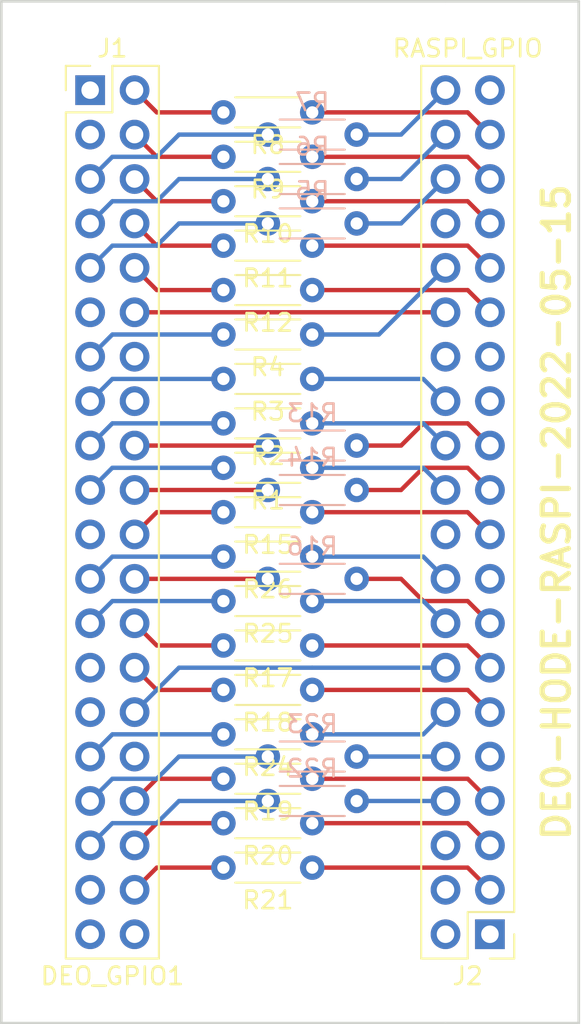
<source format=kicad_pcb>
(kicad_pcb (version 4) (host pcbnew 4.0.6)

  (general
    (links 54)
    (no_connects 0)
    (area -0.075001 -0.075001 33.1 58.495001)
    (thickness 1.6)
    (drawings 7)
    (tracks 125)
    (zones 0)
    (modules 28)
    (nets 79)
  )

  (page A4)
  (layers
    (0 F.Cu signal)
    (31 B.Cu signal)
    (32 B.Adhes user)
    (33 F.Adhes user)
    (34 B.Paste user)
    (35 F.Paste user)
    (36 B.SilkS user)
    (37 F.SilkS user)
    (38 B.Mask user)
    (39 F.Mask user)
    (40 Dwgs.User user)
    (41 Cmts.User user)
    (42 Eco1.User user)
    (43 Eco2.User user)
    (44 Edge.Cuts user)
    (45 Margin user)
    (46 B.CrtYd user)
    (47 F.CrtYd user)
    (48 B.Fab user)
    (49 F.Fab user)
  )

  (setup
    (last_trace_width 0.25)
    (trace_clearance 0.2)
    (zone_clearance 0.508)
    (zone_45_only no)
    (trace_min 0.2)
    (segment_width 0.2)
    (edge_width 0.15)
    (via_size 0.6)
    (via_drill 0.4)
    (via_min_size 0.4)
    (via_min_drill 0.3)
    (uvia_size 0.3)
    (uvia_drill 0.1)
    (uvias_allowed no)
    (uvia_min_size 0.2)
    (uvia_min_drill 0.1)
    (pcb_text_width 0.3)
    (pcb_text_size 1.5 1.5)
    (mod_edge_width 0.15)
    (mod_text_size 1 1)
    (mod_text_width 0.15)
    (pad_size 1.524 1.524)
    (pad_drill 0.762)
    (pad_to_mask_clearance 0.2)
    (aux_axis_origin 0 0)
    (visible_elements FFFFFF7F)
    (pcbplotparams
      (layerselection 0x010f0_80000001)
      (usegerberextensions false)
      (excludeedgelayer true)
      (linewidth 0.100000)
      (plotframeref false)
      (viasonmask false)
      (mode 1)
      (useauxorigin false)
      (hpglpennumber 1)
      (hpglpenspeed 20)
      (hpglpendiameter 15)
      (hpglpenoverlay 2)
      (psnegative false)
      (psa4output false)
      (plotreference true)
      (plotvalue true)
      (plotinvisibletext false)
      (padsonsilk false)
      (subtractmaskfromsilk false)
      (outputformat 1)
      (mirror false)
      (drillshape 0)
      (scaleselection 1)
      (outputdirectory gerber/))
  )

  (net 0 "")
  (net 1 "Net-(J1-Pad1)")
  (net 2 "Net-(J1-Pad2)")
  (net 3 "Net-(J1-Pad3)")
  (net 4 "Net-(J1-Pad4)")
  (net 5 "Net-(J1-Pad5)")
  (net 6 "Net-(J1-Pad6)")
  (net 7 "Net-(J1-Pad7)")
  (net 8 "Net-(J1-Pad8)")
  (net 9 "Net-(J1-Pad9)")
  (net 10 "Net-(J1-Pad10)")
  (net 11 "Net-(J1-Pad11)")
  (net 12 "Net-(J1-Pad12)")
  (net 13 "Net-(J1-Pad13)")
  (net 14 "Net-(J1-Pad14)")
  (net 15 "Net-(J1-Pad15)")
  (net 16 "Net-(J1-Pad16)")
  (net 17 "Net-(J1-Pad17)")
  (net 18 "Net-(J1-Pad18)")
  (net 19 "Net-(J1-Pad19)")
  (net 20 "Net-(J1-Pad20)")
  (net 21 "Net-(J1-Pad21)")
  (net 22 "Net-(J1-Pad22)")
  (net 23 "Net-(J1-Pad23)")
  (net 24 "Net-(J1-Pad24)")
  (net 25 "Net-(J1-Pad25)")
  (net 26 "Net-(J1-Pad26)")
  (net 27 "Net-(J1-Pad27)")
  (net 28 "Net-(J1-Pad28)")
  (net 29 "Net-(J1-Pad29)")
  (net 30 "Net-(J1-Pad30)")
  (net 31 "Net-(J1-Pad31)")
  (net 32 "Net-(J1-Pad32)")
  (net 33 "Net-(J1-Pad33)")
  (net 34 "Net-(J1-Pad34)")
  (net 35 "Net-(J1-Pad35)")
  (net 36 "Net-(J1-Pad36)")
  (net 37 "Net-(J1-Pad37)")
  (net 38 "Net-(J1-Pad38)")
  (net 39 "Net-(J1-Pad39)")
  (net 40 "Net-(J1-Pad40)")
  (net 41 "Net-(J2-Pad1)")
  (net 42 "Net-(J2-Pad2)")
  (net 43 "Net-(J2-Pad4)")
  (net 44 "Net-(J2-Pad6)")
  (net 45 "Net-(J2-Pad9)")
  (net 46 "Net-(J2-Pad17)")
  (net 47 "Net-(J2-Pad20)")
  (net 48 "Net-(J2-Pad25)")
  (net 49 "Net-(J2-Pad27)")
  (net 50 "Net-(J2-Pad28)")
  (net 51 "Net-(J2-Pad34)")
  (net 52 "Net-(J2-Pad39)")
  (net 53 "Net-(J2-Pad3)")
  (net 54 "Net-(J2-Pad5)")
  (net 55 "Net-(J2-Pad7)")
  (net 56 "Net-(J2-Pad8)")
  (net 57 "Net-(J2-Pad10)")
  (net 58 "Net-(J2-Pad11)")
  (net 59 "Net-(J2-Pad12)")
  (net 60 "Net-(J2-Pad13)")
  (net 61 "Net-(J2-Pad15)")
  (net 62 "Net-(J2-Pad16)")
  (net 63 "Net-(J2-Pad18)")
  (net 64 "Net-(J2-Pad19)")
  (net 65 "Net-(J2-Pad21)")
  (net 66 "Net-(J2-Pad22)")
  (net 67 "Net-(J2-Pad23)")
  (net 68 "Net-(J2-Pad24)")
  (net 69 "Net-(J2-Pad26)")
  (net 70 "Net-(J2-Pad29)")
  (net 71 "Net-(J2-Pad31)")
  (net 72 "Net-(J2-Pad32)")
  (net 73 "Net-(J2-Pad33)")
  (net 74 "Net-(J2-Pad35)")
  (net 75 "Net-(J2-Pad36)")
  (net 76 "Net-(J2-Pad37)")
  (net 77 "Net-(J2-Pad38)")
  (net 78 "Net-(J2-Pad40)")

  (net_class Default "This is the default net class."
    (clearance 0.2)
    (trace_width 0.25)
    (via_dia 0.6)
    (via_drill 0.4)
    (uvia_dia 0.3)
    (uvia_drill 0.1)
    (add_net "Net-(J1-Pad1)")
    (add_net "Net-(J1-Pad10)")
    (add_net "Net-(J1-Pad11)")
    (add_net "Net-(J1-Pad12)")
    (add_net "Net-(J1-Pad13)")
    (add_net "Net-(J1-Pad14)")
    (add_net "Net-(J1-Pad15)")
    (add_net "Net-(J1-Pad16)")
    (add_net "Net-(J1-Pad17)")
    (add_net "Net-(J1-Pad18)")
    (add_net "Net-(J1-Pad19)")
    (add_net "Net-(J1-Pad2)")
    (add_net "Net-(J1-Pad20)")
    (add_net "Net-(J1-Pad21)")
    (add_net "Net-(J1-Pad22)")
    (add_net "Net-(J1-Pad23)")
    (add_net "Net-(J1-Pad24)")
    (add_net "Net-(J1-Pad25)")
    (add_net "Net-(J1-Pad26)")
    (add_net "Net-(J1-Pad27)")
    (add_net "Net-(J1-Pad28)")
    (add_net "Net-(J1-Pad29)")
    (add_net "Net-(J1-Pad3)")
    (add_net "Net-(J1-Pad30)")
    (add_net "Net-(J1-Pad31)")
    (add_net "Net-(J1-Pad32)")
    (add_net "Net-(J1-Pad33)")
    (add_net "Net-(J1-Pad34)")
    (add_net "Net-(J1-Pad35)")
    (add_net "Net-(J1-Pad36)")
    (add_net "Net-(J1-Pad37)")
    (add_net "Net-(J1-Pad38)")
    (add_net "Net-(J1-Pad39)")
    (add_net "Net-(J1-Pad4)")
    (add_net "Net-(J1-Pad40)")
    (add_net "Net-(J1-Pad5)")
    (add_net "Net-(J1-Pad6)")
    (add_net "Net-(J1-Pad7)")
    (add_net "Net-(J1-Pad8)")
    (add_net "Net-(J1-Pad9)")
    (add_net "Net-(J2-Pad1)")
    (add_net "Net-(J2-Pad10)")
    (add_net "Net-(J2-Pad11)")
    (add_net "Net-(J2-Pad12)")
    (add_net "Net-(J2-Pad13)")
    (add_net "Net-(J2-Pad15)")
    (add_net "Net-(J2-Pad16)")
    (add_net "Net-(J2-Pad17)")
    (add_net "Net-(J2-Pad18)")
    (add_net "Net-(J2-Pad19)")
    (add_net "Net-(J2-Pad2)")
    (add_net "Net-(J2-Pad20)")
    (add_net "Net-(J2-Pad21)")
    (add_net "Net-(J2-Pad22)")
    (add_net "Net-(J2-Pad23)")
    (add_net "Net-(J2-Pad24)")
    (add_net "Net-(J2-Pad25)")
    (add_net "Net-(J2-Pad26)")
    (add_net "Net-(J2-Pad27)")
    (add_net "Net-(J2-Pad28)")
    (add_net "Net-(J2-Pad29)")
    (add_net "Net-(J2-Pad3)")
    (add_net "Net-(J2-Pad31)")
    (add_net "Net-(J2-Pad32)")
    (add_net "Net-(J2-Pad33)")
    (add_net "Net-(J2-Pad34)")
    (add_net "Net-(J2-Pad35)")
    (add_net "Net-(J2-Pad36)")
    (add_net "Net-(J2-Pad37)")
    (add_net "Net-(J2-Pad38)")
    (add_net "Net-(J2-Pad39)")
    (add_net "Net-(J2-Pad4)")
    (add_net "Net-(J2-Pad40)")
    (add_net "Net-(J2-Pad5)")
    (add_net "Net-(J2-Pad6)")
    (add_net "Net-(J2-Pad7)")
    (add_net "Net-(J2-Pad8)")
    (add_net "Net-(J2-Pad9)")
  )

  (module Pin_Headers:Pin_Header_Straight_2x20_Pitch2.54mm (layer F.Cu) (tedit 6273B7CB) (tstamp 62744EB0)
    (at 5.08 5.08)
    (descr "Through hole straight pin header, 2x20, 2.54mm pitch, double rows")
    (tags "Through hole pin header THT 2x20 2.54mm double row")
    (path /6271978E)
    (fp_text reference J1 (at 1.27 -2.39) (layer F.SilkS)
      (effects (font (size 1 1) (thickness 0.15)))
    )
    (fp_text value DEO_GPIO1 (at 1.27 50.65) (layer F.SilkS)
      (effects (font (size 1 1) (thickness 0.15)))
    )
    (fp_line (start -1.27 -1.27) (end -1.27 49.53) (layer F.Fab) (width 0.1))
    (fp_line (start -1.27 49.53) (end 3.81 49.53) (layer F.Fab) (width 0.1))
    (fp_line (start 3.81 49.53) (end 3.81 -1.27) (layer F.Fab) (width 0.1))
    (fp_line (start 3.81 -1.27) (end -1.27 -1.27) (layer F.Fab) (width 0.1))
    (fp_line (start -1.39 1.27) (end -1.39 49.65) (layer F.SilkS) (width 0.12))
    (fp_line (start -1.39 49.65) (end 3.93 49.65) (layer F.SilkS) (width 0.12))
    (fp_line (start 3.93 49.65) (end 3.93 -1.39) (layer F.SilkS) (width 0.12))
    (fp_line (start 3.93 -1.39) (end 1.27 -1.39) (layer F.SilkS) (width 0.12))
    (fp_line (start 1.27 -1.39) (end 1.27 1.27) (layer F.SilkS) (width 0.12))
    (fp_line (start 1.27 1.27) (end -1.39 1.27) (layer F.SilkS) (width 0.12))
    (fp_line (start -1.39 0) (end -1.39 -1.39) (layer F.SilkS) (width 0.12))
    (fp_line (start -1.39 -1.39) (end 0 -1.39) (layer F.SilkS) (width 0.12))
    (fp_line (start -1.6 -1.6) (end -1.6 49.8) (layer F.CrtYd) (width 0.05))
    (fp_line (start -1.6 49.8) (end 4.1 49.8) (layer F.CrtYd) (width 0.05))
    (fp_line (start 4.1 49.8) (end 4.1 -1.6) (layer F.CrtYd) (width 0.05))
    (fp_line (start 4.1 -1.6) (end -1.6 -1.6) (layer F.CrtYd) (width 0.05))
    (pad 1 thru_hole rect (at 0 0) (size 1.7 1.7) (drill 1) (layers *.Cu *.Mask)
      (net 1 "Net-(J1-Pad1)"))
    (pad 2 thru_hole oval (at 2.54 0) (size 1.7 1.7) (drill 1) (layers *.Cu *.Mask)
      (net 2 "Net-(J1-Pad2)"))
    (pad 3 thru_hole oval (at 0 2.54) (size 1.7 1.7) (drill 1) (layers *.Cu *.Mask)
      (net 3 "Net-(J1-Pad3)"))
    (pad 4 thru_hole oval (at 2.54 2.54) (size 1.7 1.7) (drill 1) (layers *.Cu *.Mask)
      (net 4 "Net-(J1-Pad4)"))
    (pad 5 thru_hole oval (at 0 5.08) (size 1.7 1.7) (drill 1) (layers *.Cu *.Mask)
      (net 5 "Net-(J1-Pad5)"))
    (pad 6 thru_hole oval (at 2.54 5.08) (size 1.7 1.7) (drill 1) (layers *.Cu *.Mask)
      (net 6 "Net-(J1-Pad6)"))
    (pad 7 thru_hole oval (at 0 7.62) (size 1.7 1.7) (drill 1) (layers *.Cu *.Mask)
      (net 7 "Net-(J1-Pad7)"))
    (pad 8 thru_hole oval (at 2.54 7.62) (size 1.7 1.7) (drill 1) (layers *.Cu *.Mask)
      (net 8 "Net-(J1-Pad8)"))
    (pad 9 thru_hole oval (at 0 10.16) (size 1.7 1.7) (drill 1) (layers *.Cu *.Mask)
      (net 9 "Net-(J1-Pad9)"))
    (pad 10 thru_hole oval (at 2.54 10.16) (size 1.7 1.7) (drill 1) (layers *.Cu *.Mask)
      (net 10 "Net-(J1-Pad10)"))
    (pad 11 thru_hole oval (at 0 12.7) (size 1.7 1.7) (drill 1) (layers *.Cu *.Mask)
      (net 11 "Net-(J1-Pad11)"))
    (pad 12 thru_hole oval (at 2.54 12.7) (size 1.7 1.7) (drill 1) (layers *.Cu *.Mask)
      (net 12 "Net-(J1-Pad12)"))
    (pad 13 thru_hole oval (at 0 15.24) (size 1.7 1.7) (drill 1) (layers *.Cu *.Mask)
      (net 13 "Net-(J1-Pad13)"))
    (pad 14 thru_hole oval (at 2.54 15.24) (size 1.7 1.7) (drill 1) (layers *.Cu *.Mask)
      (net 14 "Net-(J1-Pad14)"))
    (pad 15 thru_hole oval (at 0 17.78) (size 1.7 1.7) (drill 1) (layers *.Cu *.Mask)
      (net 15 "Net-(J1-Pad15)"))
    (pad 16 thru_hole oval (at 2.54 17.78) (size 1.7 1.7) (drill 1) (layers *.Cu *.Mask)
      (net 16 "Net-(J1-Pad16)"))
    (pad 17 thru_hole oval (at 0 20.32) (size 1.7 1.7) (drill 1) (layers *.Cu *.Mask)
      (net 17 "Net-(J1-Pad17)"))
    (pad 18 thru_hole oval (at 2.54 20.32) (size 1.7 1.7) (drill 1) (layers *.Cu *.Mask)
      (net 18 "Net-(J1-Pad18)"))
    (pad 19 thru_hole oval (at 0 22.86) (size 1.7 1.7) (drill 1) (layers *.Cu *.Mask)
      (net 19 "Net-(J1-Pad19)"))
    (pad 20 thru_hole oval (at 2.54 22.86) (size 1.7 1.7) (drill 1) (layers *.Cu *.Mask)
      (net 20 "Net-(J1-Pad20)"))
    (pad 21 thru_hole oval (at 0 25.4) (size 1.7 1.7) (drill 1) (layers *.Cu *.Mask)
      (net 21 "Net-(J1-Pad21)"))
    (pad 22 thru_hole oval (at 2.54 25.4) (size 1.7 1.7) (drill 1) (layers *.Cu *.Mask)
      (net 22 "Net-(J1-Pad22)"))
    (pad 23 thru_hole oval (at 0 27.94) (size 1.7 1.7) (drill 1) (layers *.Cu *.Mask)
      (net 23 "Net-(J1-Pad23)"))
    (pad 24 thru_hole oval (at 2.54 27.94) (size 1.7 1.7) (drill 1) (layers *.Cu *.Mask)
      (net 24 "Net-(J1-Pad24)"))
    (pad 25 thru_hole oval (at 0 30.48) (size 1.7 1.7) (drill 1) (layers *.Cu *.Mask)
      (net 25 "Net-(J1-Pad25)"))
    (pad 26 thru_hole oval (at 2.54 30.48) (size 1.7 1.7) (drill 1) (layers *.Cu *.Mask)
      (net 26 "Net-(J1-Pad26)"))
    (pad 27 thru_hole oval (at 0 33.02) (size 1.7 1.7) (drill 1) (layers *.Cu *.Mask)
      (net 27 "Net-(J1-Pad27)"))
    (pad 28 thru_hole oval (at 2.54 33.02) (size 1.7 1.7) (drill 1) (layers *.Cu *.Mask)
      (net 28 "Net-(J1-Pad28)"))
    (pad 29 thru_hole oval (at 0 35.56) (size 1.7 1.7) (drill 1) (layers *.Cu *.Mask)
      (net 29 "Net-(J1-Pad29)"))
    (pad 30 thru_hole oval (at 2.54 35.56) (size 1.7 1.7) (drill 1) (layers *.Cu *.Mask)
      (net 30 "Net-(J1-Pad30)"))
    (pad 31 thru_hole oval (at 0 38.1) (size 1.7 1.7) (drill 1) (layers *.Cu *.Mask)
      (net 31 "Net-(J1-Pad31)"))
    (pad 32 thru_hole oval (at 2.54 38.1) (size 1.7 1.7) (drill 1) (layers *.Cu *.Mask)
      (net 32 "Net-(J1-Pad32)"))
    (pad 33 thru_hole oval (at 0 40.64) (size 1.7 1.7) (drill 1) (layers *.Cu *.Mask)
      (net 33 "Net-(J1-Pad33)"))
    (pad 34 thru_hole oval (at 2.54 40.64) (size 1.7 1.7) (drill 1) (layers *.Cu *.Mask)
      (net 34 "Net-(J1-Pad34)"))
    (pad 35 thru_hole oval (at 0 43.18) (size 1.7 1.7) (drill 1) (layers *.Cu *.Mask)
      (net 35 "Net-(J1-Pad35)"))
    (pad 36 thru_hole oval (at 2.54 43.18) (size 1.7 1.7) (drill 1) (layers *.Cu *.Mask)
      (net 36 "Net-(J1-Pad36)"))
    (pad 37 thru_hole oval (at 0 45.72) (size 1.7 1.7) (drill 1) (layers *.Cu *.Mask)
      (net 37 "Net-(J1-Pad37)"))
    (pad 38 thru_hole oval (at 2.54 45.72) (size 1.7 1.7) (drill 1) (layers *.Cu *.Mask)
      (net 38 "Net-(J1-Pad38)"))
    (pad 39 thru_hole oval (at 0 48.26) (size 1.7 1.7) (drill 1) (layers *.Cu *.Mask)
      (net 39 "Net-(J1-Pad39)"))
    (pad 40 thru_hole oval (at 2.54 48.26) (size 1.7 1.7) (drill 1) (layers *.Cu *.Mask)
      (net 40 "Net-(J1-Pad40)"))
    (model Pin_Headers.3dshapes/Pin_Header_Straight_2x20_Pitch2.54mm.wrl
      (at (xyz 0.05 -0.95 0))
      (scale (xyz 1 1 1))
      (rotate (xyz 0 0 90))
    )
  )

  (module Pin_Headers:Pin_Header_Straight_2x20_Pitch2.54mm (layer F.Cu) (tedit 6273B7BE) (tstamp 62744EEC)
    (at 27.94 53.34 180)
    (descr "Through hole straight pin header, 2x20, 2.54mm pitch, double rows")
    (tags "Through hole pin header THT 2x20 2.54mm double row")
    (path /627197C2)
    (fp_text reference J2 (at 1.27 -2.39 180) (layer F.SilkS)
      (effects (font (size 1 1) (thickness 0.15)))
    )
    (fp_text value RASPI_GPIO (at 1.27 50.65 180) (layer F.SilkS)
      (effects (font (size 1 1) (thickness 0.15)))
    )
    (fp_line (start -1.27 -1.27) (end -1.27 49.53) (layer F.Fab) (width 0.1))
    (fp_line (start -1.27 49.53) (end 3.81 49.53) (layer F.Fab) (width 0.1))
    (fp_line (start 3.81 49.53) (end 3.81 -1.27) (layer F.Fab) (width 0.1))
    (fp_line (start 3.81 -1.27) (end -1.27 -1.27) (layer F.Fab) (width 0.1))
    (fp_line (start -1.39 1.27) (end -1.39 49.65) (layer F.SilkS) (width 0.12))
    (fp_line (start -1.39 49.65) (end 3.93 49.65) (layer F.SilkS) (width 0.12))
    (fp_line (start 3.93 49.65) (end 3.93 -1.39) (layer F.SilkS) (width 0.12))
    (fp_line (start 3.93 -1.39) (end 1.27 -1.39) (layer F.SilkS) (width 0.12))
    (fp_line (start 1.27 -1.39) (end 1.27 1.27) (layer F.SilkS) (width 0.12))
    (fp_line (start 1.27 1.27) (end -1.39 1.27) (layer F.SilkS) (width 0.12))
    (fp_line (start -1.39 0) (end -1.39 -1.39) (layer F.SilkS) (width 0.12))
    (fp_line (start -1.39 -1.39) (end 0 -1.39) (layer F.SilkS) (width 0.12))
    (fp_line (start -1.6 -1.6) (end -1.6 49.8) (layer F.CrtYd) (width 0.05))
    (fp_line (start -1.6 49.8) (end 4.1 49.8) (layer F.CrtYd) (width 0.05))
    (fp_line (start 4.1 49.8) (end 4.1 -1.6) (layer F.CrtYd) (width 0.05))
    (fp_line (start 4.1 -1.6) (end -1.6 -1.6) (layer F.CrtYd) (width 0.05))
    (pad 1 thru_hole rect (at 0 0 180) (size 1.7 1.7) (drill 1) (layers *.Cu *.Mask)
      (net 41 "Net-(J2-Pad1)"))
    (pad 2 thru_hole oval (at 2.54 0 180) (size 1.7 1.7) (drill 1) (layers *.Cu *.Mask)
      (net 42 "Net-(J2-Pad2)"))
    (pad 3 thru_hole oval (at 0 2.54 180) (size 1.7 1.7) (drill 1) (layers *.Cu *.Mask)
      (net 53 "Net-(J2-Pad3)"))
    (pad 4 thru_hole oval (at 2.54 2.54 180) (size 1.7 1.7) (drill 1) (layers *.Cu *.Mask)
      (net 43 "Net-(J2-Pad4)"))
    (pad 5 thru_hole oval (at 0 5.08 180) (size 1.7 1.7) (drill 1) (layers *.Cu *.Mask)
      (net 54 "Net-(J2-Pad5)"))
    (pad 6 thru_hole oval (at 2.54 5.08 180) (size 1.7 1.7) (drill 1) (layers *.Cu *.Mask)
      (net 44 "Net-(J2-Pad6)"))
    (pad 7 thru_hole oval (at 0 7.62 180) (size 1.7 1.7) (drill 1) (layers *.Cu *.Mask)
      (net 55 "Net-(J2-Pad7)"))
    (pad 8 thru_hole oval (at 2.54 7.62 180) (size 1.7 1.7) (drill 1) (layers *.Cu *.Mask)
      (net 56 "Net-(J2-Pad8)"))
    (pad 9 thru_hole oval (at 0 10.16 180) (size 1.7 1.7) (drill 1) (layers *.Cu *.Mask)
      (net 45 "Net-(J2-Pad9)"))
    (pad 10 thru_hole oval (at 2.54 10.16 180) (size 1.7 1.7) (drill 1) (layers *.Cu *.Mask)
      (net 57 "Net-(J2-Pad10)"))
    (pad 11 thru_hole oval (at 0 12.7 180) (size 1.7 1.7) (drill 1) (layers *.Cu *.Mask)
      (net 58 "Net-(J2-Pad11)"))
    (pad 12 thru_hole oval (at 2.54 12.7 180) (size 1.7 1.7) (drill 1) (layers *.Cu *.Mask)
      (net 59 "Net-(J2-Pad12)"))
    (pad 13 thru_hole oval (at 0 15.24 180) (size 1.7 1.7) (drill 1) (layers *.Cu *.Mask)
      (net 60 "Net-(J2-Pad13)"))
    (pad 14 thru_hole oval (at 2.54 15.24 180) (size 1.7 1.7) (drill 1) (layers *.Cu *.Mask)
      (net 30 "Net-(J1-Pad30)"))
    (pad 15 thru_hole oval (at 0 17.78 180) (size 1.7 1.7) (drill 1) (layers *.Cu *.Mask)
      (net 61 "Net-(J2-Pad15)"))
    (pad 16 thru_hole oval (at 2.54 17.78 180) (size 1.7 1.7) (drill 1) (layers *.Cu *.Mask)
      (net 62 "Net-(J2-Pad16)"))
    (pad 17 thru_hole oval (at 0 20.32 180) (size 1.7 1.7) (drill 1) (layers *.Cu *.Mask)
      (net 46 "Net-(J2-Pad17)"))
    (pad 18 thru_hole oval (at 2.54 20.32 180) (size 1.7 1.7) (drill 1) (layers *.Cu *.Mask)
      (net 63 "Net-(J2-Pad18)"))
    (pad 19 thru_hole oval (at 0 22.86 180) (size 1.7 1.7) (drill 1) (layers *.Cu *.Mask)
      (net 64 "Net-(J2-Pad19)"))
    (pad 20 thru_hole oval (at 2.54 22.86 180) (size 1.7 1.7) (drill 1) (layers *.Cu *.Mask)
      (net 47 "Net-(J2-Pad20)"))
    (pad 21 thru_hole oval (at 0 25.4 180) (size 1.7 1.7) (drill 1) (layers *.Cu *.Mask)
      (net 65 "Net-(J2-Pad21)"))
    (pad 22 thru_hole oval (at 2.54 25.4 180) (size 1.7 1.7) (drill 1) (layers *.Cu *.Mask)
      (net 66 "Net-(J2-Pad22)"))
    (pad 23 thru_hole oval (at 0 27.94 180) (size 1.7 1.7) (drill 1) (layers *.Cu *.Mask)
      (net 67 "Net-(J2-Pad23)"))
    (pad 24 thru_hole oval (at 2.54 27.94 180) (size 1.7 1.7) (drill 1) (layers *.Cu *.Mask)
      (net 68 "Net-(J2-Pad24)"))
    (pad 25 thru_hole oval (at 0 30.48 180) (size 1.7 1.7) (drill 1) (layers *.Cu *.Mask)
      (net 48 "Net-(J2-Pad25)"))
    (pad 26 thru_hole oval (at 2.54 30.48 180) (size 1.7 1.7) (drill 1) (layers *.Cu *.Mask)
      (net 69 "Net-(J2-Pad26)"))
    (pad 27 thru_hole oval (at 0 33.02 180) (size 1.7 1.7) (drill 1) (layers *.Cu *.Mask)
      (net 49 "Net-(J2-Pad27)"))
    (pad 28 thru_hole oval (at 2.54 33.02 180) (size 1.7 1.7) (drill 1) (layers *.Cu *.Mask)
      (net 50 "Net-(J2-Pad28)"))
    (pad 29 thru_hole oval (at 0 35.56 180) (size 1.7 1.7) (drill 1) (layers *.Cu *.Mask)
      (net 70 "Net-(J2-Pad29)"))
    (pad 30 thru_hole oval (at 2.54 35.56 180) (size 1.7 1.7) (drill 1) (layers *.Cu *.Mask)
      (net 12 "Net-(J1-Pad12)"))
    (pad 31 thru_hole oval (at 0 38.1 180) (size 1.7 1.7) (drill 1) (layers *.Cu *.Mask)
      (net 71 "Net-(J2-Pad31)"))
    (pad 32 thru_hole oval (at 2.54 38.1 180) (size 1.7 1.7) (drill 1) (layers *.Cu *.Mask)
      (net 72 "Net-(J2-Pad32)"))
    (pad 33 thru_hole oval (at 0 40.64 180) (size 1.7 1.7) (drill 1) (layers *.Cu *.Mask)
      (net 73 "Net-(J2-Pad33)"))
    (pad 34 thru_hole oval (at 2.54 40.64 180) (size 1.7 1.7) (drill 1) (layers *.Cu *.Mask)
      (net 51 "Net-(J2-Pad34)"))
    (pad 35 thru_hole oval (at 0 43.18 180) (size 1.7 1.7) (drill 1) (layers *.Cu *.Mask)
      (net 74 "Net-(J2-Pad35)"))
    (pad 36 thru_hole oval (at 2.54 43.18 180) (size 1.7 1.7) (drill 1) (layers *.Cu *.Mask)
      (net 75 "Net-(J2-Pad36)"))
    (pad 37 thru_hole oval (at 0 45.72 180) (size 1.7 1.7) (drill 1) (layers *.Cu *.Mask)
      (net 76 "Net-(J2-Pad37)"))
    (pad 38 thru_hole oval (at 2.54 45.72 180) (size 1.7 1.7) (drill 1) (layers *.Cu *.Mask)
      (net 77 "Net-(J2-Pad38)"))
    (pad 39 thru_hole oval (at 0 48.26 180) (size 1.7 1.7) (drill 1) (layers *.Cu *.Mask)
      (net 52 "Net-(J2-Pad39)"))
    (pad 40 thru_hole oval (at 2.54 48.26 180) (size 1.7 1.7) (drill 1) (layers *.Cu *.Mask)
      (net 78 "Net-(J2-Pad40)"))
    (model Pin_Headers.3dshapes/Pin_Header_Straight_2x20_Pitch2.54mm.wrl
      (at (xyz 0.05 -0.95 0))
      (scale (xyz 1 1 1))
      (rotate (xyz 0 0 90))
    )
  )

  (module Resistors_THT:R_Axial_DIN0204_L3.6mm_D1.6mm_P5.08mm_Horizontal (layer F.Cu) (tedit 5874F706) (tstamp 628195EF)
    (at 17.78 26.67 180)
    (descr "Resistor, Axial_DIN0204 series, Axial, Horizontal, pin pitch=5.08mm, 0.16666666666666666W = 1/6W, length*diameter=3.6*1.6mm^2, http://cdn-reichelt.de/documents/datenblatt/B400/1_4W%23YAG.pdf")
    (tags "Resistor Axial_DIN0204 series Axial Horizontal pin pitch 5.08mm 0.16666666666666666W = 1/6W length 3.6mm diameter 1.6mm")
    (path /62819C1B)
    (fp_text reference R1 (at 2.54 -1.86 180) (layer F.SilkS)
      (effects (font (size 1 1) (thickness 0.15)))
    )
    (fp_text value 33 (at 2.54 1.86 180) (layer F.Fab)
      (effects (font (size 1 1) (thickness 0.15)))
    )
    (fp_line (start 0.74 -0.8) (end 0.74 0.8) (layer F.Fab) (width 0.1))
    (fp_line (start 0.74 0.8) (end 4.34 0.8) (layer F.Fab) (width 0.1))
    (fp_line (start 4.34 0.8) (end 4.34 -0.8) (layer F.Fab) (width 0.1))
    (fp_line (start 4.34 -0.8) (end 0.74 -0.8) (layer F.Fab) (width 0.1))
    (fp_line (start 0 0) (end 0.74 0) (layer F.Fab) (width 0.1))
    (fp_line (start 5.08 0) (end 4.34 0) (layer F.Fab) (width 0.1))
    (fp_line (start 0.68 -0.86) (end 4.4 -0.86) (layer F.SilkS) (width 0.12))
    (fp_line (start 0.68 0.86) (end 4.4 0.86) (layer F.SilkS) (width 0.12))
    (fp_line (start -0.95 -1.15) (end -0.95 1.15) (layer F.CrtYd) (width 0.05))
    (fp_line (start -0.95 1.15) (end 6.05 1.15) (layer F.CrtYd) (width 0.05))
    (fp_line (start 6.05 1.15) (end 6.05 -1.15) (layer F.CrtYd) (width 0.05))
    (fp_line (start 6.05 -1.15) (end -0.95 -1.15) (layer F.CrtYd) (width 0.05))
    (pad 1 thru_hole circle (at 0 0 180) (size 1.4 1.4) (drill 0.7) (layers *.Cu *.Mask)
      (net 66 "Net-(J2-Pad22)"))
    (pad 2 thru_hole oval (at 5.08 0 180) (size 1.4 1.4) (drill 0.7) (layers *.Cu *.Mask)
      (net 19 "Net-(J1-Pad19)"))
    (model Resistors_THT.3dshapes/R_Axial_DIN0204_L3.6mm_D1.6mm_P5.08mm_Horizontal.wrl
      (at (xyz 0 0 0))
      (scale (xyz 0.393701 0.393701 0.393701))
      (rotate (xyz 0 0 0))
    )
  )

  (module Resistors_THT:R_Axial_DIN0204_L3.6mm_D1.6mm_P5.08mm_Horizontal (layer F.Cu) (tedit 5874F706) (tstamp 62819601)
    (at 17.78 24.13 180)
    (descr "Resistor, Axial_DIN0204 series, Axial, Horizontal, pin pitch=5.08mm, 0.16666666666666666W = 1/6W, length*diameter=3.6*1.6mm^2, http://cdn-reichelt.de/documents/datenblatt/B400/1_4W%23YAG.pdf")
    (tags "Resistor Axial_DIN0204 series Axial Horizontal pin pitch 5.08mm 0.16666666666666666W = 1/6W length 3.6mm diameter 1.6mm")
    (path /6281A0B1)
    (fp_text reference R2 (at 2.54 -1.86 180) (layer F.SilkS)
      (effects (font (size 1 1) (thickness 0.15)))
    )
    (fp_text value 33 (at 2.54 1.86 180) (layer F.Fab)
      (effects (font (size 1 1) (thickness 0.15)))
    )
    (fp_line (start 0.74 -0.8) (end 0.74 0.8) (layer F.Fab) (width 0.1))
    (fp_line (start 0.74 0.8) (end 4.34 0.8) (layer F.Fab) (width 0.1))
    (fp_line (start 4.34 0.8) (end 4.34 -0.8) (layer F.Fab) (width 0.1))
    (fp_line (start 4.34 -0.8) (end 0.74 -0.8) (layer F.Fab) (width 0.1))
    (fp_line (start 0 0) (end 0.74 0) (layer F.Fab) (width 0.1))
    (fp_line (start 5.08 0) (end 4.34 0) (layer F.Fab) (width 0.1))
    (fp_line (start 0.68 -0.86) (end 4.4 -0.86) (layer F.SilkS) (width 0.12))
    (fp_line (start 0.68 0.86) (end 4.4 0.86) (layer F.SilkS) (width 0.12))
    (fp_line (start -0.95 -1.15) (end -0.95 1.15) (layer F.CrtYd) (width 0.05))
    (fp_line (start -0.95 1.15) (end 6.05 1.15) (layer F.CrtYd) (width 0.05))
    (fp_line (start 6.05 1.15) (end 6.05 -1.15) (layer F.CrtYd) (width 0.05))
    (fp_line (start 6.05 -1.15) (end -0.95 -1.15) (layer F.CrtYd) (width 0.05))
    (pad 1 thru_hole circle (at 0 0 180) (size 1.4 1.4) (drill 0.7) (layers *.Cu *.Mask)
      (net 68 "Net-(J2-Pad24)"))
    (pad 2 thru_hole oval (at 5.08 0 180) (size 1.4 1.4) (drill 0.7) (layers *.Cu *.Mask)
      (net 17 "Net-(J1-Pad17)"))
    (model Resistors_THT.3dshapes/R_Axial_DIN0204_L3.6mm_D1.6mm_P5.08mm_Horizontal.wrl
      (at (xyz 0 0 0))
      (scale (xyz 0.393701 0.393701 0.393701))
      (rotate (xyz 0 0 0))
    )
  )

  (module Resistors_THT:R_Axial_DIN0204_L3.6mm_D1.6mm_P5.08mm_Horizontal (layer F.Cu) (tedit 5874F706) (tstamp 62819613)
    (at 17.78 21.59 180)
    (descr "Resistor, Axial_DIN0204 series, Axial, Horizontal, pin pitch=5.08mm, 0.16666666666666666W = 1/6W, length*diameter=3.6*1.6mm^2, http://cdn-reichelt.de/documents/datenblatt/B400/1_4W%23YAG.pdf")
    (tags "Resistor Axial_DIN0204 series Axial Horizontal pin pitch 5.08mm 0.16666666666666666W = 1/6W length 3.6mm diameter 1.6mm")
    (path /6281A0F5)
    (fp_text reference R3 (at 2.54 -1.86 180) (layer F.SilkS)
      (effects (font (size 1 1) (thickness 0.15)))
    )
    (fp_text value 33 (at 2.54 1.86 180) (layer F.Fab)
      (effects (font (size 1 1) (thickness 0.15)))
    )
    (fp_line (start 0.74 -0.8) (end 0.74 0.8) (layer F.Fab) (width 0.1))
    (fp_line (start 0.74 0.8) (end 4.34 0.8) (layer F.Fab) (width 0.1))
    (fp_line (start 4.34 0.8) (end 4.34 -0.8) (layer F.Fab) (width 0.1))
    (fp_line (start 4.34 -0.8) (end 0.74 -0.8) (layer F.Fab) (width 0.1))
    (fp_line (start 0 0) (end 0.74 0) (layer F.Fab) (width 0.1))
    (fp_line (start 5.08 0) (end 4.34 0) (layer F.Fab) (width 0.1))
    (fp_line (start 0.68 -0.86) (end 4.4 -0.86) (layer F.SilkS) (width 0.12))
    (fp_line (start 0.68 0.86) (end 4.4 0.86) (layer F.SilkS) (width 0.12))
    (fp_line (start -0.95 -1.15) (end -0.95 1.15) (layer F.CrtYd) (width 0.05))
    (fp_line (start -0.95 1.15) (end 6.05 1.15) (layer F.CrtYd) (width 0.05))
    (fp_line (start 6.05 1.15) (end 6.05 -1.15) (layer F.CrtYd) (width 0.05))
    (fp_line (start 6.05 -1.15) (end -0.95 -1.15) (layer F.CrtYd) (width 0.05))
    (pad 1 thru_hole circle (at 0 0 180) (size 1.4 1.4) (drill 0.7) (layers *.Cu *.Mask)
      (net 69 "Net-(J2-Pad26)"))
    (pad 2 thru_hole oval (at 5.08 0 180) (size 1.4 1.4) (drill 0.7) (layers *.Cu *.Mask)
      (net 15 "Net-(J1-Pad15)"))
    (model Resistors_THT.3dshapes/R_Axial_DIN0204_L3.6mm_D1.6mm_P5.08mm_Horizontal.wrl
      (at (xyz 0 0 0))
      (scale (xyz 0.393701 0.393701 0.393701))
      (rotate (xyz 0 0 0))
    )
  )

  (module Resistors_THT:R_Axial_DIN0204_L3.6mm_D1.6mm_P5.08mm_Horizontal (layer F.Cu) (tedit 5874F706) (tstamp 62819625)
    (at 17.78 19.05 180)
    (descr "Resistor, Axial_DIN0204 series, Axial, Horizontal, pin pitch=5.08mm, 0.16666666666666666W = 1/6W, length*diameter=3.6*1.6mm^2, http://cdn-reichelt.de/documents/datenblatt/B400/1_4W%23YAG.pdf")
    (tags "Resistor Axial_DIN0204 series Axial Horizontal pin pitch 5.08mm 0.16666666666666666W = 1/6W length 3.6mm diameter 1.6mm")
    (path /6281A0FB)
    (fp_text reference R4 (at 2.54 -1.86 180) (layer F.SilkS)
      (effects (font (size 1 1) (thickness 0.15)))
    )
    (fp_text value 33 (at 2.54 1.86 180) (layer F.Fab)
      (effects (font (size 1 1) (thickness 0.15)))
    )
    (fp_line (start 0.74 -0.8) (end 0.74 0.8) (layer F.Fab) (width 0.1))
    (fp_line (start 0.74 0.8) (end 4.34 0.8) (layer F.Fab) (width 0.1))
    (fp_line (start 4.34 0.8) (end 4.34 -0.8) (layer F.Fab) (width 0.1))
    (fp_line (start 4.34 -0.8) (end 0.74 -0.8) (layer F.Fab) (width 0.1))
    (fp_line (start 0 0) (end 0.74 0) (layer F.Fab) (width 0.1))
    (fp_line (start 5.08 0) (end 4.34 0) (layer F.Fab) (width 0.1))
    (fp_line (start 0.68 -0.86) (end 4.4 -0.86) (layer F.SilkS) (width 0.12))
    (fp_line (start 0.68 0.86) (end 4.4 0.86) (layer F.SilkS) (width 0.12))
    (fp_line (start -0.95 -1.15) (end -0.95 1.15) (layer F.CrtYd) (width 0.05))
    (fp_line (start -0.95 1.15) (end 6.05 1.15) (layer F.CrtYd) (width 0.05))
    (fp_line (start 6.05 1.15) (end 6.05 -1.15) (layer F.CrtYd) (width 0.05))
    (fp_line (start 6.05 -1.15) (end -0.95 -1.15) (layer F.CrtYd) (width 0.05))
    (pad 1 thru_hole circle (at 0 0 180) (size 1.4 1.4) (drill 0.7) (layers *.Cu *.Mask)
      (net 72 "Net-(J2-Pad32)"))
    (pad 2 thru_hole oval (at 5.08 0 180) (size 1.4 1.4) (drill 0.7) (layers *.Cu *.Mask)
      (net 13 "Net-(J1-Pad13)"))
    (model Resistors_THT.3dshapes/R_Axial_DIN0204_L3.6mm_D1.6mm_P5.08mm_Horizontal.wrl
      (at (xyz 0 0 0))
      (scale (xyz 0.393701 0.393701 0.393701))
      (rotate (xyz 0 0 0))
    )
  )

  (module Resistors_THT:R_Axial_DIN0204_L3.6mm_D1.6mm_P5.08mm_Horizontal (layer B.Cu) (tedit 5874F706) (tstamp 62819637)
    (at 20.32 12.7 180)
    (descr "Resistor, Axial_DIN0204 series, Axial, Horizontal, pin pitch=5.08mm, 0.16666666666666666W = 1/6W, length*diameter=3.6*1.6mm^2, http://cdn-reichelt.de/documents/datenblatt/B400/1_4W%23YAG.pdf")
    (tags "Resistor Axial_DIN0204 series Axial Horizontal pin pitch 5.08mm 0.16666666666666666W = 1/6W length 3.6mm diameter 1.6mm")
    (path /6281A181)
    (fp_text reference R5 (at 2.54 1.86 180) (layer B.SilkS)
      (effects (font (size 1 1) (thickness 0.15)) (justify mirror))
    )
    (fp_text value 33 (at 2.54 -1.86 180) (layer B.Fab)
      (effects (font (size 1 1) (thickness 0.15)) (justify mirror))
    )
    (fp_line (start 0.74 0.8) (end 0.74 -0.8) (layer B.Fab) (width 0.1))
    (fp_line (start 0.74 -0.8) (end 4.34 -0.8) (layer B.Fab) (width 0.1))
    (fp_line (start 4.34 -0.8) (end 4.34 0.8) (layer B.Fab) (width 0.1))
    (fp_line (start 4.34 0.8) (end 0.74 0.8) (layer B.Fab) (width 0.1))
    (fp_line (start 0 0) (end 0.74 0) (layer B.Fab) (width 0.1))
    (fp_line (start 5.08 0) (end 4.34 0) (layer B.Fab) (width 0.1))
    (fp_line (start 0.68 0.86) (end 4.4 0.86) (layer B.SilkS) (width 0.12))
    (fp_line (start 0.68 -0.86) (end 4.4 -0.86) (layer B.SilkS) (width 0.12))
    (fp_line (start -0.95 1.15) (end -0.95 -1.15) (layer B.CrtYd) (width 0.05))
    (fp_line (start -0.95 -1.15) (end 6.05 -1.15) (layer B.CrtYd) (width 0.05))
    (fp_line (start 6.05 -1.15) (end 6.05 1.15) (layer B.CrtYd) (width 0.05))
    (fp_line (start 6.05 1.15) (end -0.95 1.15) (layer B.CrtYd) (width 0.05))
    (pad 1 thru_hole circle (at 0 0 180) (size 1.4 1.4) (drill 0.7) (layers *.Cu *.Mask)
      (net 75 "Net-(J2-Pad36)"))
    (pad 2 thru_hole oval (at 5.08 0 180) (size 1.4 1.4) (drill 0.7) (layers *.Cu *.Mask)
      (net 9 "Net-(J1-Pad9)"))
    (model Resistors_THT.3dshapes/R_Axial_DIN0204_L3.6mm_D1.6mm_P5.08mm_Horizontal.wrl
      (at (xyz 0 0 0))
      (scale (xyz 0.393701 0.393701 0.393701))
      (rotate (xyz 0 0 0))
    )
  )

  (module Resistors_THT:R_Axial_DIN0204_L3.6mm_D1.6mm_P5.08mm_Horizontal (layer B.Cu) (tedit 5874F706) (tstamp 62819649)
    (at 20.32 10.16 180)
    (descr "Resistor, Axial_DIN0204 series, Axial, Horizontal, pin pitch=5.08mm, 0.16666666666666666W = 1/6W, length*diameter=3.6*1.6mm^2, http://cdn-reichelt.de/documents/datenblatt/B400/1_4W%23YAG.pdf")
    (tags "Resistor Axial_DIN0204 series Axial Horizontal pin pitch 5.08mm 0.16666666666666666W = 1/6W length 3.6mm diameter 1.6mm")
    (path /6281A187)
    (fp_text reference R6 (at 2.54 1.86 180) (layer B.SilkS)
      (effects (font (size 1 1) (thickness 0.15)) (justify mirror))
    )
    (fp_text value 33 (at 2.54 -1.86 180) (layer B.Fab)
      (effects (font (size 1 1) (thickness 0.15)) (justify mirror))
    )
    (fp_line (start 0.74 0.8) (end 0.74 -0.8) (layer B.Fab) (width 0.1))
    (fp_line (start 0.74 -0.8) (end 4.34 -0.8) (layer B.Fab) (width 0.1))
    (fp_line (start 4.34 -0.8) (end 4.34 0.8) (layer B.Fab) (width 0.1))
    (fp_line (start 4.34 0.8) (end 0.74 0.8) (layer B.Fab) (width 0.1))
    (fp_line (start 0 0) (end 0.74 0) (layer B.Fab) (width 0.1))
    (fp_line (start 5.08 0) (end 4.34 0) (layer B.Fab) (width 0.1))
    (fp_line (start 0.68 0.86) (end 4.4 0.86) (layer B.SilkS) (width 0.12))
    (fp_line (start 0.68 -0.86) (end 4.4 -0.86) (layer B.SilkS) (width 0.12))
    (fp_line (start -0.95 1.15) (end -0.95 -1.15) (layer B.CrtYd) (width 0.05))
    (fp_line (start -0.95 -1.15) (end 6.05 -1.15) (layer B.CrtYd) (width 0.05))
    (fp_line (start 6.05 -1.15) (end 6.05 1.15) (layer B.CrtYd) (width 0.05))
    (fp_line (start 6.05 1.15) (end -0.95 1.15) (layer B.CrtYd) (width 0.05))
    (pad 1 thru_hole circle (at 0 0 180) (size 1.4 1.4) (drill 0.7) (layers *.Cu *.Mask)
      (net 77 "Net-(J2-Pad38)"))
    (pad 2 thru_hole oval (at 5.08 0 180) (size 1.4 1.4) (drill 0.7) (layers *.Cu *.Mask)
      (net 7 "Net-(J1-Pad7)"))
    (model Resistors_THT.3dshapes/R_Axial_DIN0204_L3.6mm_D1.6mm_P5.08mm_Horizontal.wrl
      (at (xyz 0 0 0))
      (scale (xyz 0.393701 0.393701 0.393701))
      (rotate (xyz 0 0 0))
    )
  )

  (module Resistors_THT:R_Axial_DIN0204_L3.6mm_D1.6mm_P5.08mm_Horizontal (layer B.Cu) (tedit 5874F706) (tstamp 6281965B)
    (at 20.32 7.62 180)
    (descr "Resistor, Axial_DIN0204 series, Axial, Horizontal, pin pitch=5.08mm, 0.16666666666666666W = 1/6W, length*diameter=3.6*1.6mm^2, http://cdn-reichelt.de/documents/datenblatt/B400/1_4W%23YAG.pdf")
    (tags "Resistor Axial_DIN0204 series Axial Horizontal pin pitch 5.08mm 0.16666666666666666W = 1/6W length 3.6mm diameter 1.6mm")
    (path /6281A18D)
    (fp_text reference R7 (at 2.54 1.86 180) (layer B.SilkS)
      (effects (font (size 1 1) (thickness 0.15)) (justify mirror))
    )
    (fp_text value 33 (at 2.54 -1.86 180) (layer B.Fab)
      (effects (font (size 1 1) (thickness 0.15)) (justify mirror))
    )
    (fp_line (start 0.74 0.8) (end 0.74 -0.8) (layer B.Fab) (width 0.1))
    (fp_line (start 0.74 -0.8) (end 4.34 -0.8) (layer B.Fab) (width 0.1))
    (fp_line (start 4.34 -0.8) (end 4.34 0.8) (layer B.Fab) (width 0.1))
    (fp_line (start 4.34 0.8) (end 0.74 0.8) (layer B.Fab) (width 0.1))
    (fp_line (start 0 0) (end 0.74 0) (layer B.Fab) (width 0.1))
    (fp_line (start 5.08 0) (end 4.34 0) (layer B.Fab) (width 0.1))
    (fp_line (start 0.68 0.86) (end 4.4 0.86) (layer B.SilkS) (width 0.12))
    (fp_line (start 0.68 -0.86) (end 4.4 -0.86) (layer B.SilkS) (width 0.12))
    (fp_line (start -0.95 1.15) (end -0.95 -1.15) (layer B.CrtYd) (width 0.05))
    (fp_line (start -0.95 -1.15) (end 6.05 -1.15) (layer B.CrtYd) (width 0.05))
    (fp_line (start 6.05 -1.15) (end 6.05 1.15) (layer B.CrtYd) (width 0.05))
    (fp_line (start 6.05 1.15) (end -0.95 1.15) (layer B.CrtYd) (width 0.05))
    (pad 1 thru_hole circle (at 0 0 180) (size 1.4 1.4) (drill 0.7) (layers *.Cu *.Mask)
      (net 78 "Net-(J2-Pad40)"))
    (pad 2 thru_hole oval (at 5.08 0 180) (size 1.4 1.4) (drill 0.7) (layers *.Cu *.Mask)
      (net 5 "Net-(J1-Pad5)"))
    (model Resistors_THT.3dshapes/R_Axial_DIN0204_L3.6mm_D1.6mm_P5.08mm_Horizontal.wrl
      (at (xyz 0 0 0))
      (scale (xyz 0.393701 0.393701 0.393701))
      (rotate (xyz 0 0 0))
    )
  )

  (module Resistors_THT:R_Axial_DIN0204_L3.6mm_D1.6mm_P5.08mm_Horizontal (layer F.Cu) (tedit 5874F706) (tstamp 6281966D)
    (at 17.78 6.35 180)
    (descr "Resistor, Axial_DIN0204 series, Axial, Horizontal, pin pitch=5.08mm, 0.16666666666666666W = 1/6W, length*diameter=3.6*1.6mm^2, http://cdn-reichelt.de/documents/datenblatt/B400/1_4W%23YAG.pdf")
    (tags "Resistor Axial_DIN0204 series Axial Horizontal pin pitch 5.08mm 0.16666666666666666W = 1/6W length 3.6mm diameter 1.6mm")
    (path /6281A4E3)
    (fp_text reference R8 (at 2.54 -1.86 180) (layer F.SilkS)
      (effects (font (size 1 1) (thickness 0.15)))
    )
    (fp_text value 33 (at 2.54 1.86 180) (layer F.Fab)
      (effects (font (size 1 1) (thickness 0.15)))
    )
    (fp_line (start 0.74 -0.8) (end 0.74 0.8) (layer F.Fab) (width 0.1))
    (fp_line (start 0.74 0.8) (end 4.34 0.8) (layer F.Fab) (width 0.1))
    (fp_line (start 4.34 0.8) (end 4.34 -0.8) (layer F.Fab) (width 0.1))
    (fp_line (start 4.34 -0.8) (end 0.74 -0.8) (layer F.Fab) (width 0.1))
    (fp_line (start 0 0) (end 0.74 0) (layer F.Fab) (width 0.1))
    (fp_line (start 5.08 0) (end 4.34 0) (layer F.Fab) (width 0.1))
    (fp_line (start 0.68 -0.86) (end 4.4 -0.86) (layer F.SilkS) (width 0.12))
    (fp_line (start 0.68 0.86) (end 4.4 0.86) (layer F.SilkS) (width 0.12))
    (fp_line (start -0.95 -1.15) (end -0.95 1.15) (layer F.CrtYd) (width 0.05))
    (fp_line (start -0.95 1.15) (end 6.05 1.15) (layer F.CrtYd) (width 0.05))
    (fp_line (start 6.05 1.15) (end 6.05 -1.15) (layer F.CrtYd) (width 0.05))
    (fp_line (start 6.05 -1.15) (end -0.95 -1.15) (layer F.CrtYd) (width 0.05))
    (pad 1 thru_hole circle (at 0 0 180) (size 1.4 1.4) (drill 0.7) (layers *.Cu *.Mask)
      (net 76 "Net-(J2-Pad37)"))
    (pad 2 thru_hole oval (at 5.08 0 180) (size 1.4 1.4) (drill 0.7) (layers *.Cu *.Mask)
      (net 2 "Net-(J1-Pad2)"))
    (model Resistors_THT.3dshapes/R_Axial_DIN0204_L3.6mm_D1.6mm_P5.08mm_Horizontal.wrl
      (at (xyz 0 0 0))
      (scale (xyz 0.393701 0.393701 0.393701))
      (rotate (xyz 0 0 0))
    )
  )

  (module Resistors_THT:R_Axial_DIN0204_L3.6mm_D1.6mm_P5.08mm_Horizontal (layer F.Cu) (tedit 5874F706) (tstamp 6281967F)
    (at 17.78 8.89 180)
    (descr "Resistor, Axial_DIN0204 series, Axial, Horizontal, pin pitch=5.08mm, 0.16666666666666666W = 1/6W, length*diameter=3.6*1.6mm^2, http://cdn-reichelt.de/documents/datenblatt/B400/1_4W%23YAG.pdf")
    (tags "Resistor Axial_DIN0204 series Axial Horizontal pin pitch 5.08mm 0.16666666666666666W = 1/6W length 3.6mm diameter 1.6mm")
    (path /6281A4E9)
    (fp_text reference R9 (at 2.54 -1.86 180) (layer F.SilkS)
      (effects (font (size 1 1) (thickness 0.15)))
    )
    (fp_text value 33 (at 2.54 1.86 180) (layer F.Fab)
      (effects (font (size 1 1) (thickness 0.15)))
    )
    (fp_line (start 0.74 -0.8) (end 0.74 0.8) (layer F.Fab) (width 0.1))
    (fp_line (start 0.74 0.8) (end 4.34 0.8) (layer F.Fab) (width 0.1))
    (fp_line (start 4.34 0.8) (end 4.34 -0.8) (layer F.Fab) (width 0.1))
    (fp_line (start 4.34 -0.8) (end 0.74 -0.8) (layer F.Fab) (width 0.1))
    (fp_line (start 0 0) (end 0.74 0) (layer F.Fab) (width 0.1))
    (fp_line (start 5.08 0) (end 4.34 0) (layer F.Fab) (width 0.1))
    (fp_line (start 0.68 -0.86) (end 4.4 -0.86) (layer F.SilkS) (width 0.12))
    (fp_line (start 0.68 0.86) (end 4.4 0.86) (layer F.SilkS) (width 0.12))
    (fp_line (start -0.95 -1.15) (end -0.95 1.15) (layer F.CrtYd) (width 0.05))
    (fp_line (start -0.95 1.15) (end 6.05 1.15) (layer F.CrtYd) (width 0.05))
    (fp_line (start 6.05 1.15) (end 6.05 -1.15) (layer F.CrtYd) (width 0.05))
    (fp_line (start 6.05 -1.15) (end -0.95 -1.15) (layer F.CrtYd) (width 0.05))
    (pad 1 thru_hole circle (at 0 0 180) (size 1.4 1.4) (drill 0.7) (layers *.Cu *.Mask)
      (net 74 "Net-(J2-Pad35)"))
    (pad 2 thru_hole oval (at 5.08 0 180) (size 1.4 1.4) (drill 0.7) (layers *.Cu *.Mask)
      (net 4 "Net-(J1-Pad4)"))
    (model Resistors_THT.3dshapes/R_Axial_DIN0204_L3.6mm_D1.6mm_P5.08mm_Horizontal.wrl
      (at (xyz 0 0 0))
      (scale (xyz 0.393701 0.393701 0.393701))
      (rotate (xyz 0 0 0))
    )
  )

  (module Resistors_THT:R_Axial_DIN0204_L3.6mm_D1.6mm_P5.08mm_Horizontal (layer F.Cu) (tedit 5874F706) (tstamp 62819691)
    (at 17.78 11.43 180)
    (descr "Resistor, Axial_DIN0204 series, Axial, Horizontal, pin pitch=5.08mm, 0.16666666666666666W = 1/6W, length*diameter=3.6*1.6mm^2, http://cdn-reichelt.de/documents/datenblatt/B400/1_4W%23YAG.pdf")
    (tags "Resistor Axial_DIN0204 series Axial Horizontal pin pitch 5.08mm 0.16666666666666666W = 1/6W length 3.6mm diameter 1.6mm")
    (path /6281A4EF)
    (fp_text reference R10 (at 2.54 -1.86 180) (layer F.SilkS)
      (effects (font (size 1 1) (thickness 0.15)))
    )
    (fp_text value 33 (at 2.54 1.86 180) (layer F.Fab)
      (effects (font (size 1 1) (thickness 0.15)))
    )
    (fp_line (start 0.74 -0.8) (end 0.74 0.8) (layer F.Fab) (width 0.1))
    (fp_line (start 0.74 0.8) (end 4.34 0.8) (layer F.Fab) (width 0.1))
    (fp_line (start 4.34 0.8) (end 4.34 -0.8) (layer F.Fab) (width 0.1))
    (fp_line (start 4.34 -0.8) (end 0.74 -0.8) (layer F.Fab) (width 0.1))
    (fp_line (start 0 0) (end 0.74 0) (layer F.Fab) (width 0.1))
    (fp_line (start 5.08 0) (end 4.34 0) (layer F.Fab) (width 0.1))
    (fp_line (start 0.68 -0.86) (end 4.4 -0.86) (layer F.SilkS) (width 0.12))
    (fp_line (start 0.68 0.86) (end 4.4 0.86) (layer F.SilkS) (width 0.12))
    (fp_line (start -0.95 -1.15) (end -0.95 1.15) (layer F.CrtYd) (width 0.05))
    (fp_line (start -0.95 1.15) (end 6.05 1.15) (layer F.CrtYd) (width 0.05))
    (fp_line (start 6.05 1.15) (end 6.05 -1.15) (layer F.CrtYd) (width 0.05))
    (fp_line (start 6.05 -1.15) (end -0.95 -1.15) (layer F.CrtYd) (width 0.05))
    (pad 1 thru_hole circle (at 0 0 180) (size 1.4 1.4) (drill 0.7) (layers *.Cu *.Mask)
      (net 73 "Net-(J2-Pad33)"))
    (pad 2 thru_hole oval (at 5.08 0 180) (size 1.4 1.4) (drill 0.7) (layers *.Cu *.Mask)
      (net 6 "Net-(J1-Pad6)"))
    (model Resistors_THT.3dshapes/R_Axial_DIN0204_L3.6mm_D1.6mm_P5.08mm_Horizontal.wrl
      (at (xyz 0 0 0))
      (scale (xyz 0.393701 0.393701 0.393701))
      (rotate (xyz 0 0 0))
    )
  )

  (module Resistors_THT:R_Axial_DIN0204_L3.6mm_D1.6mm_P5.08mm_Horizontal (layer F.Cu) (tedit 5874F706) (tstamp 628196A3)
    (at 17.78 13.97 180)
    (descr "Resistor, Axial_DIN0204 series, Axial, Horizontal, pin pitch=5.08mm, 0.16666666666666666W = 1/6W, length*diameter=3.6*1.6mm^2, http://cdn-reichelt.de/documents/datenblatt/B400/1_4W%23YAG.pdf")
    (tags "Resistor Axial_DIN0204 series Axial Horizontal pin pitch 5.08mm 0.16666666666666666W = 1/6W length 3.6mm diameter 1.6mm")
    (path /6281A4F5)
    (fp_text reference R11 (at 2.54 -1.86 180) (layer F.SilkS)
      (effects (font (size 1 1) (thickness 0.15)))
    )
    (fp_text value 33 (at 2.54 1.86 180) (layer F.Fab)
      (effects (font (size 1 1) (thickness 0.15)))
    )
    (fp_line (start 0.74 -0.8) (end 0.74 0.8) (layer F.Fab) (width 0.1))
    (fp_line (start 0.74 0.8) (end 4.34 0.8) (layer F.Fab) (width 0.1))
    (fp_line (start 4.34 0.8) (end 4.34 -0.8) (layer F.Fab) (width 0.1))
    (fp_line (start 4.34 -0.8) (end 0.74 -0.8) (layer F.Fab) (width 0.1))
    (fp_line (start 0 0) (end 0.74 0) (layer F.Fab) (width 0.1))
    (fp_line (start 5.08 0) (end 4.34 0) (layer F.Fab) (width 0.1))
    (fp_line (start 0.68 -0.86) (end 4.4 -0.86) (layer F.SilkS) (width 0.12))
    (fp_line (start 0.68 0.86) (end 4.4 0.86) (layer F.SilkS) (width 0.12))
    (fp_line (start -0.95 -1.15) (end -0.95 1.15) (layer F.CrtYd) (width 0.05))
    (fp_line (start -0.95 1.15) (end 6.05 1.15) (layer F.CrtYd) (width 0.05))
    (fp_line (start 6.05 1.15) (end 6.05 -1.15) (layer F.CrtYd) (width 0.05))
    (fp_line (start 6.05 -1.15) (end -0.95 -1.15) (layer F.CrtYd) (width 0.05))
    (pad 1 thru_hole circle (at 0 0 180) (size 1.4 1.4) (drill 0.7) (layers *.Cu *.Mask)
      (net 71 "Net-(J2-Pad31)"))
    (pad 2 thru_hole oval (at 5.08 0 180) (size 1.4 1.4) (drill 0.7) (layers *.Cu *.Mask)
      (net 8 "Net-(J1-Pad8)"))
    (model Resistors_THT.3dshapes/R_Axial_DIN0204_L3.6mm_D1.6mm_P5.08mm_Horizontal.wrl
      (at (xyz 0 0 0))
      (scale (xyz 0.393701 0.393701 0.393701))
      (rotate (xyz 0 0 0))
    )
  )

  (module Resistors_THT:R_Axial_DIN0204_L3.6mm_D1.6mm_P5.08mm_Horizontal (layer F.Cu) (tedit 5874F706) (tstamp 628196B5)
    (at 17.78 16.51 180)
    (descr "Resistor, Axial_DIN0204 series, Axial, Horizontal, pin pitch=5.08mm, 0.16666666666666666W = 1/6W, length*diameter=3.6*1.6mm^2, http://cdn-reichelt.de/documents/datenblatt/B400/1_4W%23YAG.pdf")
    (tags "Resistor Axial_DIN0204 series Axial Horizontal pin pitch 5.08mm 0.16666666666666666W = 1/6W length 3.6mm diameter 1.6mm")
    (path /6281A4FB)
    (fp_text reference R12 (at 2.54 -1.86 180) (layer F.SilkS)
      (effects (font (size 1 1) (thickness 0.15)))
    )
    (fp_text value 33 (at 2.54 1.86 180) (layer F.Fab)
      (effects (font (size 1 1) (thickness 0.15)))
    )
    (fp_line (start 0.74 -0.8) (end 0.74 0.8) (layer F.Fab) (width 0.1))
    (fp_line (start 0.74 0.8) (end 4.34 0.8) (layer F.Fab) (width 0.1))
    (fp_line (start 4.34 0.8) (end 4.34 -0.8) (layer F.Fab) (width 0.1))
    (fp_line (start 4.34 -0.8) (end 0.74 -0.8) (layer F.Fab) (width 0.1))
    (fp_line (start 0 0) (end 0.74 0) (layer F.Fab) (width 0.1))
    (fp_line (start 5.08 0) (end 4.34 0) (layer F.Fab) (width 0.1))
    (fp_line (start 0.68 -0.86) (end 4.4 -0.86) (layer F.SilkS) (width 0.12))
    (fp_line (start 0.68 0.86) (end 4.4 0.86) (layer F.SilkS) (width 0.12))
    (fp_line (start -0.95 -1.15) (end -0.95 1.15) (layer F.CrtYd) (width 0.05))
    (fp_line (start -0.95 1.15) (end 6.05 1.15) (layer F.CrtYd) (width 0.05))
    (fp_line (start 6.05 1.15) (end 6.05 -1.15) (layer F.CrtYd) (width 0.05))
    (fp_line (start 6.05 -1.15) (end -0.95 -1.15) (layer F.CrtYd) (width 0.05))
    (pad 1 thru_hole circle (at 0 0 180) (size 1.4 1.4) (drill 0.7) (layers *.Cu *.Mask)
      (net 70 "Net-(J2-Pad29)"))
    (pad 2 thru_hole oval (at 5.08 0 180) (size 1.4 1.4) (drill 0.7) (layers *.Cu *.Mask)
      (net 10 "Net-(J1-Pad10)"))
    (model Resistors_THT.3dshapes/R_Axial_DIN0204_L3.6mm_D1.6mm_P5.08mm_Horizontal.wrl
      (at (xyz 0 0 0))
      (scale (xyz 0.393701 0.393701 0.393701))
      (rotate (xyz 0 0 0))
    )
  )

  (module Resistors_THT:R_Axial_DIN0204_L3.6mm_D1.6mm_P5.08mm_Horizontal (layer B.Cu) (tedit 5874F706) (tstamp 628196C7)
    (at 20.32 25.4 180)
    (descr "Resistor, Axial_DIN0204 series, Axial, Horizontal, pin pitch=5.08mm, 0.16666666666666666W = 1/6W, length*diameter=3.6*1.6mm^2, http://cdn-reichelt.de/documents/datenblatt/B400/1_4W%23YAG.pdf")
    (tags "Resistor Axial_DIN0204 series Axial Horizontal pin pitch 5.08mm 0.16666666666666666W = 1/6W length 3.6mm diameter 1.6mm")
    (path /6281A6BB)
    (fp_text reference R13 (at 2.54 1.86 180) (layer B.SilkS)
      (effects (font (size 1 1) (thickness 0.15)) (justify mirror))
    )
    (fp_text value 33 (at 2.54 -1.86 180) (layer B.Fab)
      (effects (font (size 1 1) (thickness 0.15)) (justify mirror))
    )
    (fp_line (start 0.74 0.8) (end 0.74 -0.8) (layer B.Fab) (width 0.1))
    (fp_line (start 0.74 -0.8) (end 4.34 -0.8) (layer B.Fab) (width 0.1))
    (fp_line (start 4.34 -0.8) (end 4.34 0.8) (layer B.Fab) (width 0.1))
    (fp_line (start 4.34 0.8) (end 0.74 0.8) (layer B.Fab) (width 0.1))
    (fp_line (start 0 0) (end 0.74 0) (layer B.Fab) (width 0.1))
    (fp_line (start 5.08 0) (end 4.34 0) (layer B.Fab) (width 0.1))
    (fp_line (start 0.68 0.86) (end 4.4 0.86) (layer B.SilkS) (width 0.12))
    (fp_line (start 0.68 -0.86) (end 4.4 -0.86) (layer B.SilkS) (width 0.12))
    (fp_line (start -0.95 1.15) (end -0.95 -1.15) (layer B.CrtYd) (width 0.05))
    (fp_line (start -0.95 -1.15) (end 6.05 -1.15) (layer B.CrtYd) (width 0.05))
    (fp_line (start 6.05 -1.15) (end 6.05 1.15) (layer B.CrtYd) (width 0.05))
    (fp_line (start 6.05 1.15) (end -0.95 1.15) (layer B.CrtYd) (width 0.05))
    (pad 1 thru_hole circle (at 0 0 180) (size 1.4 1.4) (drill 0.7) (layers *.Cu *.Mask)
      (net 67 "Net-(J2-Pad23)"))
    (pad 2 thru_hole oval (at 5.08 0 180) (size 1.4 1.4) (drill 0.7) (layers *.Cu *.Mask)
      (net 18 "Net-(J1-Pad18)"))
    (model Resistors_THT.3dshapes/R_Axial_DIN0204_L3.6mm_D1.6mm_P5.08mm_Horizontal.wrl
      (at (xyz 0 0 0))
      (scale (xyz 0.393701 0.393701 0.393701))
      (rotate (xyz 0 0 0))
    )
  )

  (module Resistors_THT:R_Axial_DIN0204_L3.6mm_D1.6mm_P5.08mm_Horizontal (layer B.Cu) (tedit 5874F706) (tstamp 628196D9)
    (at 20.32 27.94 180)
    (descr "Resistor, Axial_DIN0204 series, Axial, Horizontal, pin pitch=5.08mm, 0.16666666666666666W = 1/6W, length*diameter=3.6*1.6mm^2, http://cdn-reichelt.de/documents/datenblatt/B400/1_4W%23YAG.pdf")
    (tags "Resistor Axial_DIN0204 series Axial Horizontal pin pitch 5.08mm 0.16666666666666666W = 1/6W length 3.6mm diameter 1.6mm")
    (path /6281A6C1)
    (fp_text reference R14 (at 2.54 1.86 180) (layer B.SilkS)
      (effects (font (size 1 1) (thickness 0.15)) (justify mirror))
    )
    (fp_text value 33 (at 2.54 -1.86 180) (layer B.Fab)
      (effects (font (size 1 1) (thickness 0.15)) (justify mirror))
    )
    (fp_line (start 0.74 0.8) (end 0.74 -0.8) (layer B.Fab) (width 0.1))
    (fp_line (start 0.74 -0.8) (end 4.34 -0.8) (layer B.Fab) (width 0.1))
    (fp_line (start 4.34 -0.8) (end 4.34 0.8) (layer B.Fab) (width 0.1))
    (fp_line (start 4.34 0.8) (end 0.74 0.8) (layer B.Fab) (width 0.1))
    (fp_line (start 0 0) (end 0.74 0) (layer B.Fab) (width 0.1))
    (fp_line (start 5.08 0) (end 4.34 0) (layer B.Fab) (width 0.1))
    (fp_line (start 0.68 0.86) (end 4.4 0.86) (layer B.SilkS) (width 0.12))
    (fp_line (start 0.68 -0.86) (end 4.4 -0.86) (layer B.SilkS) (width 0.12))
    (fp_line (start -0.95 1.15) (end -0.95 -1.15) (layer B.CrtYd) (width 0.05))
    (fp_line (start -0.95 -1.15) (end 6.05 -1.15) (layer B.CrtYd) (width 0.05))
    (fp_line (start 6.05 -1.15) (end 6.05 1.15) (layer B.CrtYd) (width 0.05))
    (fp_line (start 6.05 1.15) (end -0.95 1.15) (layer B.CrtYd) (width 0.05))
    (pad 1 thru_hole circle (at 0 0 180) (size 1.4 1.4) (drill 0.7) (layers *.Cu *.Mask)
      (net 65 "Net-(J2-Pad21)"))
    (pad 2 thru_hole oval (at 5.08 0 180) (size 1.4 1.4) (drill 0.7) (layers *.Cu *.Mask)
      (net 20 "Net-(J1-Pad20)"))
    (model Resistors_THT.3dshapes/R_Axial_DIN0204_L3.6mm_D1.6mm_P5.08mm_Horizontal.wrl
      (at (xyz 0 0 0))
      (scale (xyz 0.393701 0.393701 0.393701))
      (rotate (xyz 0 0 0))
    )
  )

  (module Resistors_THT:R_Axial_DIN0204_L3.6mm_D1.6mm_P5.08mm_Horizontal (layer F.Cu) (tedit 5874F706) (tstamp 628196EB)
    (at 17.78 29.21 180)
    (descr "Resistor, Axial_DIN0204 series, Axial, Horizontal, pin pitch=5.08mm, 0.16666666666666666W = 1/6W, length*diameter=3.6*1.6mm^2, http://cdn-reichelt.de/documents/datenblatt/B400/1_4W%23YAG.pdf")
    (tags "Resistor Axial_DIN0204 series Axial Horizontal pin pitch 5.08mm 0.16666666666666666W = 1/6W length 3.6mm diameter 1.6mm")
    (path /6281A6C7)
    (fp_text reference R15 (at 2.54 -1.86 180) (layer F.SilkS)
      (effects (font (size 1 1) (thickness 0.15)))
    )
    (fp_text value 33 (at 2.54 1.86 180) (layer F.Fab)
      (effects (font (size 1 1) (thickness 0.15)))
    )
    (fp_line (start 0.74 -0.8) (end 0.74 0.8) (layer F.Fab) (width 0.1))
    (fp_line (start 0.74 0.8) (end 4.34 0.8) (layer F.Fab) (width 0.1))
    (fp_line (start 4.34 0.8) (end 4.34 -0.8) (layer F.Fab) (width 0.1))
    (fp_line (start 4.34 -0.8) (end 0.74 -0.8) (layer F.Fab) (width 0.1))
    (fp_line (start 0 0) (end 0.74 0) (layer F.Fab) (width 0.1))
    (fp_line (start 5.08 0) (end 4.34 0) (layer F.Fab) (width 0.1))
    (fp_line (start 0.68 -0.86) (end 4.4 -0.86) (layer F.SilkS) (width 0.12))
    (fp_line (start 0.68 0.86) (end 4.4 0.86) (layer F.SilkS) (width 0.12))
    (fp_line (start -0.95 -1.15) (end -0.95 1.15) (layer F.CrtYd) (width 0.05))
    (fp_line (start -0.95 1.15) (end 6.05 1.15) (layer F.CrtYd) (width 0.05))
    (fp_line (start 6.05 1.15) (end 6.05 -1.15) (layer F.CrtYd) (width 0.05))
    (fp_line (start 6.05 -1.15) (end -0.95 -1.15) (layer F.CrtYd) (width 0.05))
    (pad 1 thru_hole circle (at 0 0 180) (size 1.4 1.4) (drill 0.7) (layers *.Cu *.Mask)
      (net 64 "Net-(J2-Pad19)"))
    (pad 2 thru_hole oval (at 5.08 0 180) (size 1.4 1.4) (drill 0.7) (layers *.Cu *.Mask)
      (net 22 "Net-(J1-Pad22)"))
    (model Resistors_THT.3dshapes/R_Axial_DIN0204_L3.6mm_D1.6mm_P5.08mm_Horizontal.wrl
      (at (xyz 0 0 0))
      (scale (xyz 0.393701 0.393701 0.393701))
      (rotate (xyz 0 0 0))
    )
  )

  (module Resistors_THT:R_Axial_DIN0204_L3.6mm_D1.6mm_P5.08mm_Horizontal (layer B.Cu) (tedit 5874F706) (tstamp 628196FD)
    (at 20.32 33.02 180)
    (descr "Resistor, Axial_DIN0204 series, Axial, Horizontal, pin pitch=5.08mm, 0.16666666666666666W = 1/6W, length*diameter=3.6*1.6mm^2, http://cdn-reichelt.de/documents/datenblatt/B400/1_4W%23YAG.pdf")
    (tags "Resistor Axial_DIN0204 series Axial Horizontal pin pitch 5.08mm 0.16666666666666666W = 1/6W length 3.6mm diameter 1.6mm")
    (path /6281A6CD)
    (fp_text reference R16 (at 2.54 1.86 180) (layer B.SilkS)
      (effects (font (size 1 1) (thickness 0.15)) (justify mirror))
    )
    (fp_text value 33 (at 2.54 -1.86 180) (layer B.Fab)
      (effects (font (size 1 1) (thickness 0.15)) (justify mirror))
    )
    (fp_line (start 0.74 0.8) (end 0.74 -0.8) (layer B.Fab) (width 0.1))
    (fp_line (start 0.74 -0.8) (end 4.34 -0.8) (layer B.Fab) (width 0.1))
    (fp_line (start 4.34 -0.8) (end 4.34 0.8) (layer B.Fab) (width 0.1))
    (fp_line (start 4.34 0.8) (end 0.74 0.8) (layer B.Fab) (width 0.1))
    (fp_line (start 0 0) (end 0.74 0) (layer B.Fab) (width 0.1))
    (fp_line (start 5.08 0) (end 4.34 0) (layer B.Fab) (width 0.1))
    (fp_line (start 0.68 0.86) (end 4.4 0.86) (layer B.SilkS) (width 0.12))
    (fp_line (start 0.68 -0.86) (end 4.4 -0.86) (layer B.SilkS) (width 0.12))
    (fp_line (start -0.95 1.15) (end -0.95 -1.15) (layer B.CrtYd) (width 0.05))
    (fp_line (start -0.95 -1.15) (end 6.05 -1.15) (layer B.CrtYd) (width 0.05))
    (fp_line (start 6.05 -1.15) (end 6.05 1.15) (layer B.CrtYd) (width 0.05))
    (fp_line (start 6.05 1.15) (end -0.95 1.15) (layer B.CrtYd) (width 0.05))
    (pad 1 thru_hole circle (at 0 0 180) (size 1.4 1.4) (drill 0.7) (layers *.Cu *.Mask)
      (net 61 "Net-(J2-Pad15)"))
    (pad 2 thru_hole oval (at 5.08 0 180) (size 1.4 1.4) (drill 0.7) (layers *.Cu *.Mask)
      (net 24 "Net-(J1-Pad24)"))
    (model Resistors_THT.3dshapes/R_Axial_DIN0204_L3.6mm_D1.6mm_P5.08mm_Horizontal.wrl
      (at (xyz 0 0 0))
      (scale (xyz 0.393701 0.393701 0.393701))
      (rotate (xyz 0 0 0))
    )
  )

  (module Resistors_THT:R_Axial_DIN0204_L3.6mm_D1.6mm_P5.08mm_Horizontal (layer F.Cu) (tedit 5874F706) (tstamp 6281970F)
    (at 17.78 36.83 180)
    (descr "Resistor, Axial_DIN0204 series, Axial, Horizontal, pin pitch=5.08mm, 0.16666666666666666W = 1/6W, length*diameter=3.6*1.6mm^2, http://cdn-reichelt.de/documents/datenblatt/B400/1_4W%23YAG.pdf")
    (tags "Resistor Axial_DIN0204 series Axial Horizontal pin pitch 5.08mm 0.16666666666666666W = 1/6W length 3.6mm diameter 1.6mm")
    (path /6281A6D3)
    (fp_text reference R17 (at 2.54 -1.86 180) (layer F.SilkS)
      (effects (font (size 1 1) (thickness 0.15)))
    )
    (fp_text value 33 (at 2.54 1.86 180) (layer F.Fab)
      (effects (font (size 1 1) (thickness 0.15)))
    )
    (fp_line (start 0.74 -0.8) (end 0.74 0.8) (layer F.Fab) (width 0.1))
    (fp_line (start 0.74 0.8) (end 4.34 0.8) (layer F.Fab) (width 0.1))
    (fp_line (start 4.34 0.8) (end 4.34 -0.8) (layer F.Fab) (width 0.1))
    (fp_line (start 4.34 -0.8) (end 0.74 -0.8) (layer F.Fab) (width 0.1))
    (fp_line (start 0 0) (end 0.74 0) (layer F.Fab) (width 0.1))
    (fp_line (start 5.08 0) (end 4.34 0) (layer F.Fab) (width 0.1))
    (fp_line (start 0.68 -0.86) (end 4.4 -0.86) (layer F.SilkS) (width 0.12))
    (fp_line (start 0.68 0.86) (end 4.4 0.86) (layer F.SilkS) (width 0.12))
    (fp_line (start -0.95 -1.15) (end -0.95 1.15) (layer F.CrtYd) (width 0.05))
    (fp_line (start -0.95 1.15) (end 6.05 1.15) (layer F.CrtYd) (width 0.05))
    (fp_line (start 6.05 1.15) (end 6.05 -1.15) (layer F.CrtYd) (width 0.05))
    (fp_line (start 6.05 -1.15) (end -0.95 -1.15) (layer F.CrtYd) (width 0.05))
    (pad 1 thru_hole circle (at 0 0 180) (size 1.4 1.4) (drill 0.7) (layers *.Cu *.Mask)
      (net 60 "Net-(J2-Pad13)"))
    (pad 2 thru_hole oval (at 5.08 0 180) (size 1.4 1.4) (drill 0.7) (layers *.Cu *.Mask)
      (net 26 "Net-(J1-Pad26)"))
    (model Resistors_THT.3dshapes/R_Axial_DIN0204_L3.6mm_D1.6mm_P5.08mm_Horizontal.wrl
      (at (xyz 0 0 0))
      (scale (xyz 0.393701 0.393701 0.393701))
      (rotate (xyz 0 0 0))
    )
  )

  (module Resistors_THT:R_Axial_DIN0204_L3.6mm_D1.6mm_P5.08mm_Horizontal (layer F.Cu) (tedit 5874F706) (tstamp 62819721)
    (at 17.78 39.37 180)
    (descr "Resistor, Axial_DIN0204 series, Axial, Horizontal, pin pitch=5.08mm, 0.16666666666666666W = 1/6W, length*diameter=3.6*1.6mm^2, http://cdn-reichelt.de/documents/datenblatt/B400/1_4W%23YAG.pdf")
    (tags "Resistor Axial_DIN0204 series Axial Horizontal pin pitch 5.08mm 0.16666666666666666W = 1/6W length 3.6mm diameter 1.6mm")
    (path /6281A6D9)
    (fp_text reference R18 (at 2.54 -1.86 180) (layer F.SilkS)
      (effects (font (size 1 1) (thickness 0.15)))
    )
    (fp_text value 33 (at 2.54 1.86 180) (layer F.Fab)
      (effects (font (size 1 1) (thickness 0.15)))
    )
    (fp_line (start 0.74 -0.8) (end 0.74 0.8) (layer F.Fab) (width 0.1))
    (fp_line (start 0.74 0.8) (end 4.34 0.8) (layer F.Fab) (width 0.1))
    (fp_line (start 4.34 0.8) (end 4.34 -0.8) (layer F.Fab) (width 0.1))
    (fp_line (start 4.34 -0.8) (end 0.74 -0.8) (layer F.Fab) (width 0.1))
    (fp_line (start 0 0) (end 0.74 0) (layer F.Fab) (width 0.1))
    (fp_line (start 5.08 0) (end 4.34 0) (layer F.Fab) (width 0.1))
    (fp_line (start 0.68 -0.86) (end 4.4 -0.86) (layer F.SilkS) (width 0.12))
    (fp_line (start 0.68 0.86) (end 4.4 0.86) (layer F.SilkS) (width 0.12))
    (fp_line (start -0.95 -1.15) (end -0.95 1.15) (layer F.CrtYd) (width 0.05))
    (fp_line (start -0.95 1.15) (end 6.05 1.15) (layer F.CrtYd) (width 0.05))
    (fp_line (start 6.05 1.15) (end 6.05 -1.15) (layer F.CrtYd) (width 0.05))
    (fp_line (start 6.05 -1.15) (end -0.95 -1.15) (layer F.CrtYd) (width 0.05))
    (pad 1 thru_hole circle (at 0 0 180) (size 1.4 1.4) (drill 0.7) (layers *.Cu *.Mask)
      (net 58 "Net-(J2-Pad11)"))
    (pad 2 thru_hole oval (at 5.08 0 180) (size 1.4 1.4) (drill 0.7) (layers *.Cu *.Mask)
      (net 28 "Net-(J1-Pad28)"))
    (model Resistors_THT.3dshapes/R_Axial_DIN0204_L3.6mm_D1.6mm_P5.08mm_Horizontal.wrl
      (at (xyz 0 0 0))
      (scale (xyz 0.393701 0.393701 0.393701))
      (rotate (xyz 0 0 0))
    )
  )

  (module Resistors_THT:R_Axial_DIN0204_L3.6mm_D1.6mm_P5.08mm_Horizontal (layer F.Cu) (tedit 5874F706) (tstamp 62819733)
    (at 17.78 44.45 180)
    (descr "Resistor, Axial_DIN0204 series, Axial, Horizontal, pin pitch=5.08mm, 0.16666666666666666W = 1/6W, length*diameter=3.6*1.6mm^2, http://cdn-reichelt.de/documents/datenblatt/B400/1_4W%23YAG.pdf")
    (tags "Resistor Axial_DIN0204 series Axial Horizontal pin pitch 5.08mm 0.16666666666666666W = 1/6W length 3.6mm diameter 1.6mm")
    (path /6281A501)
    (fp_text reference R19 (at 2.54 -1.86 180) (layer F.SilkS)
      (effects (font (size 1 1) (thickness 0.15)))
    )
    (fp_text value 33 (at 2.54 1.86 180) (layer F.Fab)
      (effects (font (size 1 1) (thickness 0.15)))
    )
    (fp_line (start 0.74 -0.8) (end 0.74 0.8) (layer F.Fab) (width 0.1))
    (fp_line (start 0.74 0.8) (end 4.34 0.8) (layer F.Fab) (width 0.1))
    (fp_line (start 4.34 0.8) (end 4.34 -0.8) (layer F.Fab) (width 0.1))
    (fp_line (start 4.34 -0.8) (end 0.74 -0.8) (layer F.Fab) (width 0.1))
    (fp_line (start 0 0) (end 0.74 0) (layer F.Fab) (width 0.1))
    (fp_line (start 5.08 0) (end 4.34 0) (layer F.Fab) (width 0.1))
    (fp_line (start 0.68 -0.86) (end 4.4 -0.86) (layer F.SilkS) (width 0.12))
    (fp_line (start 0.68 0.86) (end 4.4 0.86) (layer F.SilkS) (width 0.12))
    (fp_line (start -0.95 -1.15) (end -0.95 1.15) (layer F.CrtYd) (width 0.05))
    (fp_line (start -0.95 1.15) (end 6.05 1.15) (layer F.CrtYd) (width 0.05))
    (fp_line (start 6.05 1.15) (end 6.05 -1.15) (layer F.CrtYd) (width 0.05))
    (fp_line (start 6.05 -1.15) (end -0.95 -1.15) (layer F.CrtYd) (width 0.05))
    (pad 1 thru_hole circle (at 0 0 180) (size 1.4 1.4) (drill 0.7) (layers *.Cu *.Mask)
      (net 55 "Net-(J2-Pad7)"))
    (pad 2 thru_hole oval (at 5.08 0 180) (size 1.4 1.4) (drill 0.7) (layers *.Cu *.Mask)
      (net 34 "Net-(J1-Pad34)"))
    (model Resistors_THT.3dshapes/R_Axial_DIN0204_L3.6mm_D1.6mm_P5.08mm_Horizontal.wrl
      (at (xyz 0 0 0))
      (scale (xyz 0.393701 0.393701 0.393701))
      (rotate (xyz 0 0 0))
    )
  )

  (module Resistors_THT:R_Axial_DIN0204_L3.6mm_D1.6mm_P5.08mm_Horizontal (layer F.Cu) (tedit 5874F706) (tstamp 62819745)
    (at 17.78 46.99 180)
    (descr "Resistor, Axial_DIN0204 series, Axial, Horizontal, pin pitch=5.08mm, 0.16666666666666666W = 1/6W, length*diameter=3.6*1.6mm^2, http://cdn-reichelt.de/documents/datenblatt/B400/1_4W%23YAG.pdf")
    (tags "Resistor Axial_DIN0204 series Axial Horizontal pin pitch 5.08mm 0.16666666666666666W = 1/6W length 3.6mm diameter 1.6mm")
    (path /6281A507)
    (fp_text reference R20 (at 2.54 -1.86 180) (layer F.SilkS)
      (effects (font (size 1 1) (thickness 0.15)))
    )
    (fp_text value 33 (at 2.54 1.86 180) (layer F.Fab)
      (effects (font (size 1 1) (thickness 0.15)))
    )
    (fp_line (start 0.74 -0.8) (end 0.74 0.8) (layer F.Fab) (width 0.1))
    (fp_line (start 0.74 0.8) (end 4.34 0.8) (layer F.Fab) (width 0.1))
    (fp_line (start 4.34 0.8) (end 4.34 -0.8) (layer F.Fab) (width 0.1))
    (fp_line (start 4.34 -0.8) (end 0.74 -0.8) (layer F.Fab) (width 0.1))
    (fp_line (start 0 0) (end 0.74 0) (layer F.Fab) (width 0.1))
    (fp_line (start 5.08 0) (end 4.34 0) (layer F.Fab) (width 0.1))
    (fp_line (start 0.68 -0.86) (end 4.4 -0.86) (layer F.SilkS) (width 0.12))
    (fp_line (start 0.68 0.86) (end 4.4 0.86) (layer F.SilkS) (width 0.12))
    (fp_line (start -0.95 -1.15) (end -0.95 1.15) (layer F.CrtYd) (width 0.05))
    (fp_line (start -0.95 1.15) (end 6.05 1.15) (layer F.CrtYd) (width 0.05))
    (fp_line (start 6.05 1.15) (end 6.05 -1.15) (layer F.CrtYd) (width 0.05))
    (fp_line (start 6.05 -1.15) (end -0.95 -1.15) (layer F.CrtYd) (width 0.05))
    (pad 1 thru_hole circle (at 0 0 180) (size 1.4 1.4) (drill 0.7) (layers *.Cu *.Mask)
      (net 54 "Net-(J2-Pad5)"))
    (pad 2 thru_hole oval (at 5.08 0 180) (size 1.4 1.4) (drill 0.7) (layers *.Cu *.Mask)
      (net 36 "Net-(J1-Pad36)"))
    (model Resistors_THT.3dshapes/R_Axial_DIN0204_L3.6mm_D1.6mm_P5.08mm_Horizontal.wrl
      (at (xyz 0 0 0))
      (scale (xyz 0.393701 0.393701 0.393701))
      (rotate (xyz 0 0 0))
    )
  )

  (module Resistors_THT:R_Axial_DIN0204_L3.6mm_D1.6mm_P5.08mm_Horizontal (layer F.Cu) (tedit 5874F706) (tstamp 62819757)
    (at 17.78 49.53 180)
    (descr "Resistor, Axial_DIN0204 series, Axial, Horizontal, pin pitch=5.08mm, 0.16666666666666666W = 1/6W, length*diameter=3.6*1.6mm^2, http://cdn-reichelt.de/documents/datenblatt/B400/1_4W%23YAG.pdf")
    (tags "Resistor Axial_DIN0204 series Axial Horizontal pin pitch 5.08mm 0.16666666666666666W = 1/6W length 3.6mm diameter 1.6mm")
    (path /6281A50D)
    (fp_text reference R21 (at 2.54 -1.86 180) (layer F.SilkS)
      (effects (font (size 1 1) (thickness 0.15)))
    )
    (fp_text value 33 (at 2.54 1.86 180) (layer F.Fab)
      (effects (font (size 1 1) (thickness 0.15)))
    )
    (fp_line (start 0.74 -0.8) (end 0.74 0.8) (layer F.Fab) (width 0.1))
    (fp_line (start 0.74 0.8) (end 4.34 0.8) (layer F.Fab) (width 0.1))
    (fp_line (start 4.34 0.8) (end 4.34 -0.8) (layer F.Fab) (width 0.1))
    (fp_line (start 4.34 -0.8) (end 0.74 -0.8) (layer F.Fab) (width 0.1))
    (fp_line (start 0 0) (end 0.74 0) (layer F.Fab) (width 0.1))
    (fp_line (start 5.08 0) (end 4.34 0) (layer F.Fab) (width 0.1))
    (fp_line (start 0.68 -0.86) (end 4.4 -0.86) (layer F.SilkS) (width 0.12))
    (fp_line (start 0.68 0.86) (end 4.4 0.86) (layer F.SilkS) (width 0.12))
    (fp_line (start -0.95 -1.15) (end -0.95 1.15) (layer F.CrtYd) (width 0.05))
    (fp_line (start -0.95 1.15) (end 6.05 1.15) (layer F.CrtYd) (width 0.05))
    (fp_line (start 6.05 1.15) (end 6.05 -1.15) (layer F.CrtYd) (width 0.05))
    (fp_line (start 6.05 -1.15) (end -0.95 -1.15) (layer F.CrtYd) (width 0.05))
    (pad 1 thru_hole circle (at 0 0 180) (size 1.4 1.4) (drill 0.7) (layers *.Cu *.Mask)
      (net 53 "Net-(J2-Pad3)"))
    (pad 2 thru_hole oval (at 5.08 0 180) (size 1.4 1.4) (drill 0.7) (layers *.Cu *.Mask)
      (net 38 "Net-(J1-Pad38)"))
    (model Resistors_THT.3dshapes/R_Axial_DIN0204_L3.6mm_D1.6mm_P5.08mm_Horizontal.wrl
      (at (xyz 0 0 0))
      (scale (xyz 0.393701 0.393701 0.393701))
      (rotate (xyz 0 0 0))
    )
  )

  (module Resistors_THT:R_Axial_DIN0204_L3.6mm_D1.6mm_P5.08mm_Horizontal (layer B.Cu) (tedit 5874F706) (tstamp 62819769)
    (at 20.32 45.72 180)
    (descr "Resistor, Axial_DIN0204 series, Axial, Horizontal, pin pitch=5.08mm, 0.16666666666666666W = 1/6W, length*diameter=3.6*1.6mm^2, http://cdn-reichelt.de/documents/datenblatt/B400/1_4W%23YAG.pdf")
    (tags "Resistor Axial_DIN0204 series Axial Horizontal pin pitch 5.08mm 0.16666666666666666W = 1/6W length 3.6mm diameter 1.6mm")
    (path /6281B01F)
    (fp_text reference R22 (at 2.54 1.86 180) (layer B.SilkS)
      (effects (font (size 1 1) (thickness 0.15)) (justify mirror))
    )
    (fp_text value 33 (at 2.54 -1.86 180) (layer B.Fab)
      (effects (font (size 1 1) (thickness 0.15)) (justify mirror))
    )
    (fp_line (start 0.74 0.8) (end 0.74 -0.8) (layer B.Fab) (width 0.1))
    (fp_line (start 0.74 -0.8) (end 4.34 -0.8) (layer B.Fab) (width 0.1))
    (fp_line (start 4.34 -0.8) (end 4.34 0.8) (layer B.Fab) (width 0.1))
    (fp_line (start 4.34 0.8) (end 0.74 0.8) (layer B.Fab) (width 0.1))
    (fp_line (start 0 0) (end 0.74 0) (layer B.Fab) (width 0.1))
    (fp_line (start 5.08 0) (end 4.34 0) (layer B.Fab) (width 0.1))
    (fp_line (start 0.68 0.86) (end 4.4 0.86) (layer B.SilkS) (width 0.12))
    (fp_line (start 0.68 -0.86) (end 4.4 -0.86) (layer B.SilkS) (width 0.12))
    (fp_line (start -0.95 1.15) (end -0.95 -1.15) (layer B.CrtYd) (width 0.05))
    (fp_line (start -0.95 -1.15) (end 6.05 -1.15) (layer B.CrtYd) (width 0.05))
    (fp_line (start 6.05 -1.15) (end 6.05 1.15) (layer B.CrtYd) (width 0.05))
    (fp_line (start 6.05 1.15) (end -0.95 1.15) (layer B.CrtYd) (width 0.05))
    (pad 1 thru_hole circle (at 0 0 180) (size 1.4 1.4) (drill 0.7) (layers *.Cu *.Mask)
      (net 56 "Net-(J2-Pad8)"))
    (pad 2 thru_hole oval (at 5.08 0 180) (size 1.4 1.4) (drill 0.7) (layers *.Cu *.Mask)
      (net 35 "Net-(J1-Pad35)"))
    (model Resistors_THT.3dshapes/R_Axial_DIN0204_L3.6mm_D1.6mm_P5.08mm_Horizontal.wrl
      (at (xyz 0 0 0))
      (scale (xyz 0.393701 0.393701 0.393701))
      (rotate (xyz 0 0 0))
    )
  )

  (module Resistors_THT:R_Axial_DIN0204_L3.6mm_D1.6mm_P5.08mm_Horizontal (layer B.Cu) (tedit 5874F706) (tstamp 6281977B)
    (at 20.32 43.18 180)
    (descr "Resistor, Axial_DIN0204 series, Axial, Horizontal, pin pitch=5.08mm, 0.16666666666666666W = 1/6W, length*diameter=3.6*1.6mm^2, http://cdn-reichelt.de/documents/datenblatt/B400/1_4W%23YAG.pdf")
    (tags "Resistor Axial_DIN0204 series Axial Horizontal pin pitch 5.08mm 0.16666666666666666W = 1/6W length 3.6mm diameter 1.6mm")
    (path /6281B025)
    (fp_text reference R23 (at 2.54 1.86 180) (layer B.SilkS)
      (effects (font (size 1 1) (thickness 0.15)) (justify mirror))
    )
    (fp_text value 33 (at 2.54 -1.86 180) (layer B.Fab)
      (effects (font (size 1 1) (thickness 0.15)) (justify mirror))
    )
    (fp_line (start 0.74 0.8) (end 0.74 -0.8) (layer B.Fab) (width 0.1))
    (fp_line (start 0.74 -0.8) (end 4.34 -0.8) (layer B.Fab) (width 0.1))
    (fp_line (start 4.34 -0.8) (end 4.34 0.8) (layer B.Fab) (width 0.1))
    (fp_line (start 4.34 0.8) (end 0.74 0.8) (layer B.Fab) (width 0.1))
    (fp_line (start 0 0) (end 0.74 0) (layer B.Fab) (width 0.1))
    (fp_line (start 5.08 0) (end 4.34 0) (layer B.Fab) (width 0.1))
    (fp_line (start 0.68 0.86) (end 4.4 0.86) (layer B.SilkS) (width 0.12))
    (fp_line (start 0.68 -0.86) (end 4.4 -0.86) (layer B.SilkS) (width 0.12))
    (fp_line (start -0.95 1.15) (end -0.95 -1.15) (layer B.CrtYd) (width 0.05))
    (fp_line (start -0.95 -1.15) (end 6.05 -1.15) (layer B.CrtYd) (width 0.05))
    (fp_line (start 6.05 -1.15) (end 6.05 1.15) (layer B.CrtYd) (width 0.05))
    (fp_line (start 6.05 1.15) (end -0.95 1.15) (layer B.CrtYd) (width 0.05))
    (pad 1 thru_hole circle (at 0 0 180) (size 1.4 1.4) (drill 0.7) (layers *.Cu *.Mask)
      (net 57 "Net-(J2-Pad10)"))
    (pad 2 thru_hole oval (at 5.08 0 180) (size 1.4 1.4) (drill 0.7) (layers *.Cu *.Mask)
      (net 33 "Net-(J1-Pad33)"))
    (model Resistors_THT.3dshapes/R_Axial_DIN0204_L3.6mm_D1.6mm_P5.08mm_Horizontal.wrl
      (at (xyz 0 0 0))
      (scale (xyz 0.393701 0.393701 0.393701))
      (rotate (xyz 0 0 0))
    )
  )

  (module Resistors_THT:R_Axial_DIN0204_L3.6mm_D1.6mm_P5.08mm_Horizontal (layer F.Cu) (tedit 5874F706) (tstamp 6281978D)
    (at 17.78 41.91 180)
    (descr "Resistor, Axial_DIN0204 series, Axial, Horizontal, pin pitch=5.08mm, 0.16666666666666666W = 1/6W, length*diameter=3.6*1.6mm^2, http://cdn-reichelt.de/documents/datenblatt/B400/1_4W%23YAG.pdf")
    (tags "Resistor Axial_DIN0204 series Axial Horizontal pin pitch 5.08mm 0.16666666666666666W = 1/6W length 3.6mm diameter 1.6mm")
    (path /6281B02B)
    (fp_text reference R24 (at 2.54 -1.86 180) (layer F.SilkS)
      (effects (font (size 1 1) (thickness 0.15)))
    )
    (fp_text value 33 (at 2.54 1.86 180) (layer F.Fab)
      (effects (font (size 1 1) (thickness 0.15)))
    )
    (fp_line (start 0.74 -0.8) (end 0.74 0.8) (layer F.Fab) (width 0.1))
    (fp_line (start 0.74 0.8) (end 4.34 0.8) (layer F.Fab) (width 0.1))
    (fp_line (start 4.34 0.8) (end 4.34 -0.8) (layer F.Fab) (width 0.1))
    (fp_line (start 4.34 -0.8) (end 0.74 -0.8) (layer F.Fab) (width 0.1))
    (fp_line (start 0 0) (end 0.74 0) (layer F.Fab) (width 0.1))
    (fp_line (start 5.08 0) (end 4.34 0) (layer F.Fab) (width 0.1))
    (fp_line (start 0.68 -0.86) (end 4.4 -0.86) (layer F.SilkS) (width 0.12))
    (fp_line (start 0.68 0.86) (end 4.4 0.86) (layer F.SilkS) (width 0.12))
    (fp_line (start -0.95 -1.15) (end -0.95 1.15) (layer F.CrtYd) (width 0.05))
    (fp_line (start -0.95 1.15) (end 6.05 1.15) (layer F.CrtYd) (width 0.05))
    (fp_line (start 6.05 1.15) (end 6.05 -1.15) (layer F.CrtYd) (width 0.05))
    (fp_line (start 6.05 -1.15) (end -0.95 -1.15) (layer F.CrtYd) (width 0.05))
    (pad 1 thru_hole circle (at 0 0 180) (size 1.4 1.4) (drill 0.7) (layers *.Cu *.Mask)
      (net 59 "Net-(J2-Pad12)"))
    (pad 2 thru_hole oval (at 5.08 0 180) (size 1.4 1.4) (drill 0.7) (layers *.Cu *.Mask)
      (net 31 "Net-(J1-Pad31)"))
    (model Resistors_THT.3dshapes/R_Axial_DIN0204_L3.6mm_D1.6mm_P5.08mm_Horizontal.wrl
      (at (xyz 0 0 0))
      (scale (xyz 0.393701 0.393701 0.393701))
      (rotate (xyz 0 0 0))
    )
  )

  (module Resistors_THT:R_Axial_DIN0204_L3.6mm_D1.6mm_P5.08mm_Horizontal (layer F.Cu) (tedit 5874F706) (tstamp 6281979F)
    (at 17.78 34.29 180)
    (descr "Resistor, Axial_DIN0204 series, Axial, Horizontal, pin pitch=5.08mm, 0.16666666666666666W = 1/6W, length*diameter=3.6*1.6mm^2, http://cdn-reichelt.de/documents/datenblatt/B400/1_4W%23YAG.pdf")
    (tags "Resistor Axial_DIN0204 series Axial Horizontal pin pitch 5.08mm 0.16666666666666666W = 1/6W length 3.6mm diameter 1.6mm")
    (path /6281B031)
    (fp_text reference R25 (at 2.54 -1.86 180) (layer F.SilkS)
      (effects (font (size 1 1) (thickness 0.15)))
    )
    (fp_text value 33 (at 2.54 1.86 180) (layer F.Fab)
      (effects (font (size 1 1) (thickness 0.15)))
    )
    (fp_line (start 0.74 -0.8) (end 0.74 0.8) (layer F.Fab) (width 0.1))
    (fp_line (start 0.74 0.8) (end 4.34 0.8) (layer F.Fab) (width 0.1))
    (fp_line (start 4.34 0.8) (end 4.34 -0.8) (layer F.Fab) (width 0.1))
    (fp_line (start 4.34 -0.8) (end 0.74 -0.8) (layer F.Fab) (width 0.1))
    (fp_line (start 0 0) (end 0.74 0) (layer F.Fab) (width 0.1))
    (fp_line (start 5.08 0) (end 4.34 0) (layer F.Fab) (width 0.1))
    (fp_line (start 0.68 -0.86) (end 4.4 -0.86) (layer F.SilkS) (width 0.12))
    (fp_line (start 0.68 0.86) (end 4.4 0.86) (layer F.SilkS) (width 0.12))
    (fp_line (start -0.95 -1.15) (end -0.95 1.15) (layer F.CrtYd) (width 0.05))
    (fp_line (start -0.95 1.15) (end 6.05 1.15) (layer F.CrtYd) (width 0.05))
    (fp_line (start 6.05 1.15) (end 6.05 -1.15) (layer F.CrtYd) (width 0.05))
    (fp_line (start 6.05 -1.15) (end -0.95 -1.15) (layer F.CrtYd) (width 0.05))
    (pad 1 thru_hole circle (at 0 0 180) (size 1.4 1.4) (drill 0.7) (layers *.Cu *.Mask)
      (net 62 "Net-(J2-Pad16)"))
    (pad 2 thru_hole oval (at 5.08 0 180) (size 1.4 1.4) (drill 0.7) (layers *.Cu *.Mask)
      (net 25 "Net-(J1-Pad25)"))
    (model Resistors_THT.3dshapes/R_Axial_DIN0204_L3.6mm_D1.6mm_P5.08mm_Horizontal.wrl
      (at (xyz 0 0 0))
      (scale (xyz 0.393701 0.393701 0.393701))
      (rotate (xyz 0 0 0))
    )
  )

  (module Resistors_THT:R_Axial_DIN0204_L3.6mm_D1.6mm_P5.08mm_Horizontal (layer F.Cu) (tedit 5874F706) (tstamp 628197B1)
    (at 17.78 31.75 180)
    (descr "Resistor, Axial_DIN0204 series, Axial, Horizontal, pin pitch=5.08mm, 0.16666666666666666W = 1/6W, length*diameter=3.6*1.6mm^2, http://cdn-reichelt.de/documents/datenblatt/B400/1_4W%23YAG.pdf")
    (tags "Resistor Axial_DIN0204 series Axial Horizontal pin pitch 5.08mm 0.16666666666666666W = 1/6W length 3.6mm diameter 1.6mm")
    (path /6281B037)
    (fp_text reference R26 (at 2.54 -1.86 180) (layer F.SilkS)
      (effects (font (size 1 1) (thickness 0.15)))
    )
    (fp_text value 33 (at 2.54 1.86 180) (layer F.Fab)
      (effects (font (size 1 1) (thickness 0.15)))
    )
    (fp_line (start 0.74 -0.8) (end 0.74 0.8) (layer F.Fab) (width 0.1))
    (fp_line (start 0.74 0.8) (end 4.34 0.8) (layer F.Fab) (width 0.1))
    (fp_line (start 4.34 0.8) (end 4.34 -0.8) (layer F.Fab) (width 0.1))
    (fp_line (start 4.34 -0.8) (end 0.74 -0.8) (layer F.Fab) (width 0.1))
    (fp_line (start 0 0) (end 0.74 0) (layer F.Fab) (width 0.1))
    (fp_line (start 5.08 0) (end 4.34 0) (layer F.Fab) (width 0.1))
    (fp_line (start 0.68 -0.86) (end 4.4 -0.86) (layer F.SilkS) (width 0.12))
    (fp_line (start 0.68 0.86) (end 4.4 0.86) (layer F.SilkS) (width 0.12))
    (fp_line (start -0.95 -1.15) (end -0.95 1.15) (layer F.CrtYd) (width 0.05))
    (fp_line (start -0.95 1.15) (end 6.05 1.15) (layer F.CrtYd) (width 0.05))
    (fp_line (start 6.05 1.15) (end 6.05 -1.15) (layer F.CrtYd) (width 0.05))
    (fp_line (start 6.05 -1.15) (end -0.95 -1.15) (layer F.CrtYd) (width 0.05))
    (pad 1 thru_hole circle (at 0 0 180) (size 1.4 1.4) (drill 0.7) (layers *.Cu *.Mask)
      (net 63 "Net-(J2-Pad18)"))
    (pad 2 thru_hole oval (at 5.08 0 180) (size 1.4 1.4) (drill 0.7) (layers *.Cu *.Mask)
      (net 23 "Net-(J1-Pad23)"))
    (model Resistors_THT.3dshapes/R_Axial_DIN0204_L3.6mm_D1.6mm_P5.08mm_Horizontal.wrl
      (at (xyz 0 0 0))
      (scale (xyz 0.393701 0.393701 0.393701))
      (rotate (xyz 0 0 0))
    )
  )

  (gr_line (start 25.4 58.42) (end 33.02 58.42) (angle 90) (layer Edge.Cuts) (width 0.15))
  (gr_line (start 25.4 0) (end 33.02 0) (angle 90) (layer Edge.Cuts) (width 0.15))
  (gr_text DE0-HODE-RASPI-2022-05-15 (at 31.75 29.21 90) (layer F.SilkS)
    (effects (font (size 1.5 1.5) (thickness 0.3)))
  )
  (gr_line (start 0 58.42) (end 0 0) (angle 90) (layer Edge.Cuts) (width 0.15))
  (gr_line (start 25.4 58.42) (end 0 58.42) (angle 90) (layer Edge.Cuts) (width 0.15))
  (gr_line (start 33.02 0) (end 33.02 58.42) (angle 90) (layer Edge.Cuts) (width 0.15))
  (gr_line (start 0 0) (end 25.4 0) (angle 90) (layer Edge.Cuts) (width 0.15))

  (segment (start 12.7 6.35) (end 8.89 6.35) (width 0.25) (layer F.Cu) (net 2) (status 10))
  (segment (start 8.89 6.35) (end 7.62 5.08) (width 0.25) (layer F.Cu) (net 2))
  (segment (start 12.7 8.89) (end 8.89 8.89) (width 0.25) (layer F.Cu) (net 4) (status 10))
  (segment (start 8.89 8.89) (end 7.62 7.62) (width 0.25) (layer F.Cu) (net 4))
  (segment (start 15.24 7.62) (end 10.16 7.62) (width 0.25) (layer B.Cu) (net 5) (status 400000))
  (segment (start 10.16 7.62) (end 8.89 8.89) (width 0.25) (layer B.Cu) (net 5) (tstamp 6274508E))
  (segment (start 6.35 8.89) (end 5.08 10.16) (width 0.25) (layer B.Cu) (net 5))
  (segment (start 6.35 8.89) (end 8.89 8.89) (width 0.25) (layer B.Cu) (net 5) (tstamp 6274500F))
  (segment (start 12.7 11.43) (end 8.89 11.43) (width 0.25) (layer F.Cu) (net 6) (status 10))
  (segment (start 8.89 11.43) (end 7.62 10.16) (width 0.25) (layer F.Cu) (net 6))
  (segment (start 15.24 10.16) (end 10.16 10.16) (width 0.25) (layer B.Cu) (net 7) (status 400000))
  (segment (start 10.16 10.16) (end 8.89 11.43) (width 0.25) (layer B.Cu) (net 7) (tstamp 62745088))
  (segment (start 6.35 11.43) (end 5.08 12.7) (width 0.25) (layer B.Cu) (net 7))
  (segment (start 6.35 11.43) (end 8.89 11.43) (width 0.25) (layer B.Cu) (net 7) (tstamp 62745015))
  (segment (start 12.7 13.97) (end 8.89 13.97) (width 0.25) (layer F.Cu) (net 8) (status 10))
  (segment (start 8.89 13.97) (end 7.62 12.7) (width 0.25) (layer F.Cu) (net 8))
  (segment (start 15.24 12.7) (end 10.16 12.7) (width 0.25) (layer B.Cu) (net 9) (status 400000))
  (segment (start 10.16 12.7) (end 8.89 13.97) (width 0.25) (layer B.Cu) (net 9) (tstamp 62745082))
  (segment (start 6.35 13.97) (end 5.08 15.24) (width 0.25) (layer B.Cu) (net 9))
  (segment (start 6.35 13.97) (end 8.89 13.97) (width 0.25) (layer B.Cu) (net 9) (tstamp 6274501C))
  (segment (start 12.7 16.51) (end 8.89 16.51) (width 0.25) (layer F.Cu) (net 10) (status 10))
  (segment (start 8.89 16.51) (end 7.62 15.24) (width 0.25) (layer F.Cu) (net 10))
  (segment (start 7.62 17.78) (end 15.24 17.78) (width 0.25) (layer F.Cu) (net 12))
  (segment (start 15.24 17.78) (end 25.4 17.78) (width 0.25) (layer F.Cu) (net 12))
  (segment (start 12.7 19.05) (end 6.35 19.05) (width 0.25) (layer B.Cu) (net 13) (status 10))
  (segment (start 6.35 19.05) (end 5.08 20.32) (width 0.25) (layer B.Cu) (net 13))
  (segment (start 12.7 21.59) (end 6.35 21.59) (width 0.25) (layer B.Cu) (net 15) (status 10))
  (segment (start 6.35 21.59) (end 5.08 22.86) (width 0.25) (layer B.Cu) (net 15))
  (segment (start 12.7 24.13) (end 6.35 24.13) (width 0.25) (layer B.Cu) (net 17) (status 10))
  (segment (start 6.35 24.13) (end 5.08 25.4) (width 0.25) (layer B.Cu) (net 17))
  (segment (start 15.24 25.4) (end 7.62 25.4) (width 0.25) (layer F.Cu) (net 18) (status C00000))
  (segment (start 12.7 26.67) (end 6.35 26.67) (width 0.25) (layer B.Cu) (net 19) (status 10))
  (segment (start 6.35 26.67) (end 5.08 27.94) (width 0.25) (layer B.Cu) (net 19))
  (segment (start 7.62 27.94) (end 15.24 27.94) (width 0.25) (layer F.Cu) (net 20) (status 20))
  (segment (start 12.7 29.21) (end 8.89 29.21) (width 0.25) (layer F.Cu) (net 22) (status 10))
  (segment (start 8.89 29.21) (end 7.62 30.48) (width 0.25) (layer F.Cu) (net 22))
  (segment (start 12.7 31.75) (end 6.35 31.75) (width 0.25) (layer B.Cu) (net 23) (status 10))
  (segment (start 6.35 31.75) (end 5.08 33.02) (width 0.25) (layer B.Cu) (net 23))
  (segment (start 15.24 33.02) (end 7.62 33.02) (width 0.25) (layer F.Cu) (net 24) (status 10))
  (segment (start 12.7 34.29) (end 6.35 34.29) (width 0.25) (layer B.Cu) (net 25) (status 10))
  (segment (start 6.35 34.29) (end 5.08 35.56) (width 0.25) (layer B.Cu) (net 25))
  (segment (start 12.7 36.83) (end 8.89 36.83) (width 0.25) (layer F.Cu) (net 26) (status 10))
  (segment (start 8.89 36.83) (end 7.62 35.56) (width 0.25) (layer F.Cu) (net 26))
  (segment (start 12.7 39.37) (end 8.89 39.37) (width 0.25) (layer F.Cu) (net 28) (status 10))
  (segment (start 8.89 39.37) (end 7.62 38.1) (width 0.25) (layer F.Cu) (net 28))
  (segment (start 17.78 38.1) (end 10.16 38.1) (width 0.25) (layer B.Cu) (net 30))
  (segment (start 10.16 38.1) (end 8.89 39.37) (width 0.25) (layer B.Cu) (net 30) (tstamp 62745065))
  (segment (start 7.62 40.64) (end 8.89 39.37) (width 0.25) (layer B.Cu) (net 30))
  (segment (start 17.78 38.1) (end 25.4 38.1) (width 0.25) (layer B.Cu) (net 30))
  (segment (start 12.7 41.91) (end 6.35 41.91) (width 0.25) (layer B.Cu) (net 31) (status 10))
  (segment (start 6.35 41.91) (end 5.08 43.18) (width 0.25) (layer B.Cu) (net 31))
  (segment (start 15.24 43.18) (end 10.16 43.18) (width 0.25) (layer B.Cu) (net 33) (status 400000))
  (segment (start 10.16 43.18) (end 8.89 44.45) (width 0.25) (layer B.Cu) (net 33) (tstamp 62745060))
  (segment (start 6.35 44.45) (end 5.08 45.72) (width 0.25) (layer B.Cu) (net 33))
  (segment (start 6.35 44.45) (end 8.89 44.45) (width 0.25) (layer B.Cu) (net 33) (tstamp 6274504B))
  (segment (start 12.7 44.45) (end 8.89 44.45) (width 0.25) (layer F.Cu) (net 34) (status 10))
  (segment (start 8.89 44.45) (end 7.62 45.72) (width 0.25) (layer F.Cu) (net 34))
  (segment (start 15.24 45.72) (end 10.16 45.72) (width 0.25) (layer B.Cu) (net 35) (status 400000))
  (segment (start 10.16 45.72) (end 8.89 46.99) (width 0.25) (layer B.Cu) (net 35) (tstamp 6274505B))
  (segment (start 6.35 46.99) (end 5.08 48.26) (width 0.25) (layer B.Cu) (net 35) (tstamp 62745050))
  (segment (start 8.89 46.99) (end 6.35 46.99) (width 0.25) (layer B.Cu) (net 35) (tstamp 6274505E))
  (segment (start 12.7 46.99) (end 8.89 46.99) (width 0.25) (layer F.Cu) (net 36) (status 10))
  (segment (start 8.89 46.99) (end 7.62 48.26) (width 0.25) (layer F.Cu) (net 36))
  (segment (start 12.7 49.53) (end 8.89 49.53) (width 0.25) (layer F.Cu) (net 38) (status 10))
  (segment (start 8.89 49.53) (end 7.62 50.8) (width 0.25) (layer F.Cu) (net 38))
  (segment (start 17.78 49.53) (end 26.67 49.53) (width 0.25) (layer F.Cu) (net 53) (status 10))
  (segment (start 26.67 49.53) (end 27.94 50.8) (width 0.25) (layer F.Cu) (net 53) (tstamp 6274500C) (status 20))
  (segment (start 17.78 46.99) (end 26.67 46.99) (width 0.25) (layer F.Cu) (net 54) (status 10))
  (segment (start 26.67 46.99) (end 27.94 48.26) (width 0.25) (layer F.Cu) (net 54) (tstamp 62745008) (status 20))
  (segment (start 17.78 44.45) (end 26.67 44.45) (width 0.25) (layer F.Cu) (net 55) (status 10))
  (segment (start 26.67 44.45) (end 27.94 45.72) (width 0.25) (layer F.Cu) (net 55) (tstamp 62745004) (status 20))
  (segment (start 20.32 45.72) (end 25.4 45.72) (width 0.25) (layer B.Cu) (net 56) (status C00000))
  (segment (start 20.32 43.18) (end 25.4 43.18) (width 0.25) (layer B.Cu) (net 57) (status C00000))
  (segment (start 17.78 39.37) (end 26.67 39.37) (width 0.25) (layer F.Cu) (net 58) (status 10))
  (segment (start 26.67 39.37) (end 27.94 40.64) (width 0.25) (layer F.Cu) (net 58) (tstamp 62745000) (status 20))
  (segment (start 17.78 41.91) (end 24.13 41.91) (width 0.25) (layer B.Cu) (net 59) (status 10))
  (segment (start 24.13 41.91) (end 25.4 40.64) (width 0.25) (layer B.Cu) (net 59) (tstamp 62745047) (status 20))
  (segment (start 17.78 36.83) (end 26.67 36.83) (width 0.25) (layer F.Cu) (net 60) (status 10))
  (segment (start 26.67 36.83) (end 27.94 38.1) (width 0.25) (layer F.Cu) (net 60) (tstamp 62744FFC) (status 20))
  (segment (start 20.32 33.02) (end 22.86 33.02) (width 0.25) (layer F.Cu) (net 61) (status 10))
  (segment (start 22.86 33.02) (end 24.13 34.29) (width 0.25) (layer F.Cu) (net 61) (tstamp 6274506B))
  (segment (start 26.67 34.29) (end 27.94 35.56) (width 0.25) (layer F.Cu) (net 61) (tstamp 62744FF8) (status 20))
  (segment (start 24.13 34.29) (end 26.67 34.29) (width 0.25) (layer F.Cu) (net 61) (tstamp 6274506F))
  (segment (start 17.78 34.29) (end 24.13 34.29) (width 0.25) (layer B.Cu) (net 62) (status 10))
  (segment (start 24.13 34.29) (end 25.4 35.56) (width 0.25) (layer B.Cu) (net 62) (tstamp 6274503E) (status 20))
  (segment (start 17.78 31.75) (end 24.13 31.75) (width 0.25) (layer B.Cu) (net 63) (status 10))
  (segment (start 24.13 31.75) (end 25.4 33.02) (width 0.25) (layer B.Cu) (net 63) (tstamp 62745039) (status 20))
  (segment (start 17.78 29.21) (end 26.67 29.21) (width 0.25) (layer F.Cu) (net 64) (status 10))
  (segment (start 26.67 29.21) (end 27.94 30.48) (width 0.25) (layer F.Cu) (net 64) (tstamp 62744FF4) (status 20))
  (segment (start 20.32 27.94) (end 22.86 27.94) (width 0.25) (layer F.Cu) (net 65) (status 10))
  (segment (start 22.86 27.94) (end 24.13 26.67) (width 0.25) (layer F.Cu) (net 65) (tstamp 62745071))
  (segment (start 26.67 26.67) (end 27.94 27.94) (width 0.25) (layer F.Cu) (net 65) (status 10))
  (segment (start 26.67 26.67) (end 24.13 26.67) (width 0.25) (layer F.Cu) (net 65) (tstamp 62745057))
  (segment (start 17.78 26.67) (end 24.13 26.67) (width 0.25) (layer B.Cu) (net 66) (status 10))
  (segment (start 25.4 27.94) (end 24.13 26.67) (width 0.25) (layer B.Cu) (net 66) (tstamp 62745034) (status 20))
  (segment (start 20.32 25.4) (end 22.86 25.4) (width 0.25) (layer F.Cu) (net 67) (status 400000))
  (segment (start 22.86 25.4) (end 24.13 24.13) (width 0.25) (layer F.Cu) (net 67) (tstamp 62745077))
  (segment (start 26.67 24.13) (end 27.94 25.4) (width 0.25) (layer F.Cu) (net 67) (tstamp 62745054) (status 20))
  (segment (start 24.13 24.13) (end 26.67 24.13) (width 0.25) (layer F.Cu) (net 67) (tstamp 6274507B))
  (segment (start 17.78 24.13) (end 24.13 24.13) (width 0.25) (layer B.Cu) (net 68) (status 10))
  (segment (start 24.13 24.13) (end 25.4 25.4) (width 0.25) (layer B.Cu) (net 68) (tstamp 62745030) (status 20))
  (segment (start 17.78 21.59) (end 24.13 21.59) (width 0.25) (layer B.Cu) (net 69) (status 10))
  (segment (start 24.13 21.59) (end 25.4 22.86) (width 0.25) (layer B.Cu) (net 69) (tstamp 62745029) (status 20))
  (segment (start 17.78 16.51) (end 26.67 16.51) (width 0.25) (layer F.Cu) (net 70) (status 10))
  (segment (start 26.67 16.51) (end 27.94 17.78) (width 0.25) (layer F.Cu) (net 70) (tstamp 62744FEE) (status 20))
  (segment (start 17.78 13.97) (end 26.67 13.97) (width 0.25) (layer F.Cu) (net 71) (status 10))
  (segment (start 26.67 13.97) (end 27.94 15.24) (width 0.25) (layer F.Cu) (net 71) (tstamp 62744FEA) (status 20))
  (segment (start 17.78 19.05) (end 21.59 19.05) (width 0.25) (layer B.Cu) (net 72) (status 10))
  (segment (start 21.59 19.05) (end 24.13 16.51) (width 0.25) (layer B.Cu) (net 72) (tstamp 6274507D))
  (segment (start 24.13 16.51) (end 25.4 15.24) (width 0.25) (layer B.Cu) (net 72) (tstamp 62745025) (status 20))
  (segment (start 17.78 11.43) (end 26.67 11.43) (width 0.25) (layer F.Cu) (net 73) (status 10))
  (segment (start 26.67 11.43) (end 27.94 12.7) (width 0.25) (layer F.Cu) (net 73) (tstamp 62744FE6) (status 20))
  (segment (start 17.78 8.89) (end 26.67 8.89) (width 0.25) (layer F.Cu) (net 74) (status 10))
  (segment (start 26.67 8.89) (end 27.94 10.16) (width 0.25) (layer F.Cu) (net 74) (tstamp 62744FE2) (status 20))
  (segment (start 20.32 12.7) (end 22.86 12.7) (width 0.25) (layer B.Cu) (net 75) (status 400000))
  (segment (start 24.13 11.43) (end 22.86 12.7) (width 0.25) (layer B.Cu) (net 75))
  (segment (start 24.13 11.43) (end 25.4 10.16) (width 0.25) (layer B.Cu) (net 75) (tstamp 6274501F) (status 20))
  (segment (start 17.78 6.35) (end 26.67 6.35) (width 0.25) (layer F.Cu) (net 76) (status 10))
  (segment (start 26.67 6.35) (end 27.94 7.62) (width 0.25) (layer F.Cu) (net 76) (tstamp 62744FDE) (status 20))
  (segment (start 20.32 10.16) (end 22.86 10.16) (width 0.25) (layer B.Cu) (net 77) (status 400000))
  (segment (start 24.13 8.89) (end 22.86 10.16) (width 0.25) (layer B.Cu) (net 77))
  (segment (start 24.13 8.89) (end 25.4 7.62) (width 0.25) (layer B.Cu) (net 77) (tstamp 62745018) (status 20))
  (segment (start 20.32 7.62) (end 22.86 7.62) (width 0.25) (layer B.Cu) (net 78) (status 400000))
  (segment (start 24.13 6.35) (end 22.86 7.62) (width 0.25) (layer B.Cu) (net 78))
  (segment (start 24.13 6.35) (end 25.4 5.08) (width 0.25) (layer B.Cu) (net 78) (tstamp 62745012) (status 20))

)

</source>
